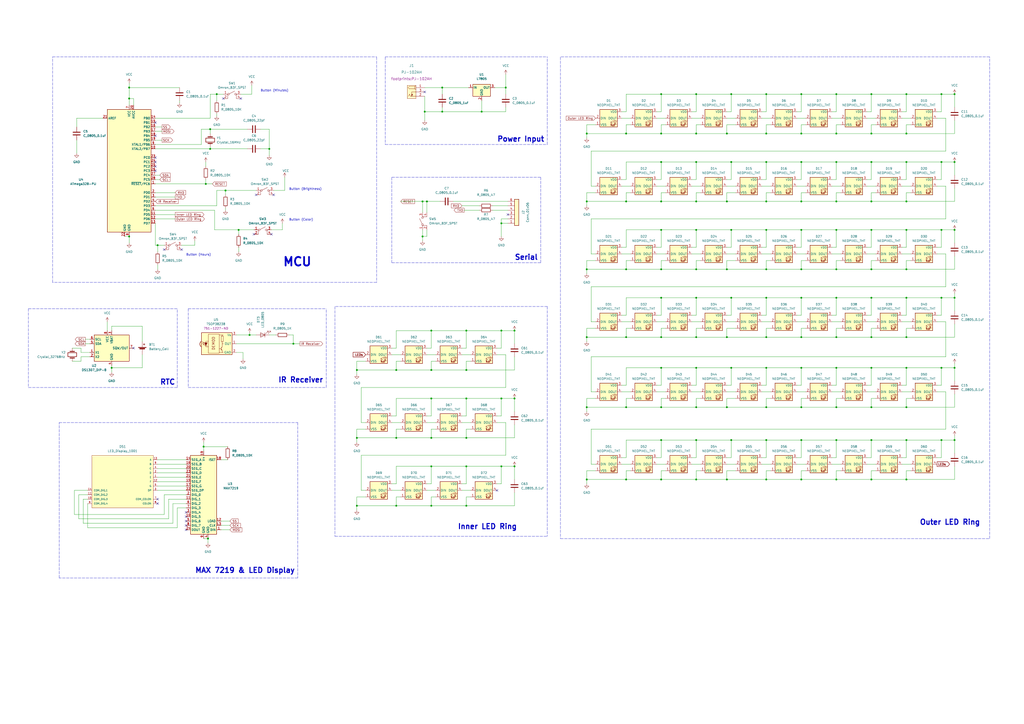
<source format=kicad_sch>
(kicad_sch (version 20211123) (generator eeschema)
  (paper "A2")
  (junction (at 363.22 156.21))
  (junction (at 290.83 231.14))
  (junction (at 250.19 214.63))
  (junction (at 464.82 172.72))
  (junction (at 421.64 278.13))
  (junction (at 279.4 64.77))
  (junction (at 363.22 236.22))
  (junction (at 138.43 133.35))
  (junction (at 207.01 214.63))
  (junction (at 340.36 278.13))
  (junction (at 256.54 50.8))
  (junction (at 525.78 255.27))
  (junction (at 290.83 129.54))
  (junction (at 247.65 116.84))
  (junction (at 290.83 191.77))
  (junction (at 485.14 133.35))
  (junction (at 444.5 156.21))
  (junction (at 505.46 236.22))
  (junction (at 485.14 278.13))
  (junction (at 383.54 195.58))
  (junction (at 293.37 50.8))
  (junction (at 229.87 254))
  (junction (at 383.54 93.98))
  (junction (at 270.51 231.14))
  (junction (at 156.21 86.36))
  (junction (at 464.82 278.13))
  (junction (at 270.51 191.77))
  (junction (at 464.82 255.27))
  (junction (at 298.45 231.14))
  (junction (at 403.86 255.27))
  (junction (at 444.5 133.35))
  (junction (at 403.86 156.21))
  (junction (at 340.36 116.84))
  (junction (at 464.82 156.21))
  (junction (at 546.1 255.27))
  (junction (at 229.87 214.63))
  (junction (at 403.86 93.98))
  (junction (at 444.5 54.61))
  (junction (at 270.51 270.51))
  (junction (at 340.36 236.22))
  (junction (at 270.51 214.63))
  (junction (at 229.87 293.37))
  (junction (at 424.18 133.35))
  (junction (at 444.5 255.27))
  (junction (at 121.92 86.36))
  (junction (at 421.64 77.47))
  (junction (at 464.82 236.22))
  (junction (at 340.36 77.47))
  (junction (at 505.46 213.36))
  (junction (at 546.1 54.61))
  (junction (at 340.36 156.21))
  (junction (at 525.78 172.72))
  (junction (at 421.64 195.58))
  (junction (at 485.14 156.21))
  (junction (at 525.78 133.35))
  (junction (at 464.82 195.58))
  (junction (at 403.86 236.22))
  (junction (at 383.54 133.35))
  (junction (at 505.46 54.61))
  (junction (at 485.14 54.61))
  (junction (at 383.54 116.84))
  (junction (at 525.78 116.84))
  (junction (at 444.5 93.98))
  (junction (at 250.19 191.77))
  (junction (at 424.18 255.27))
  (junction (at 403.86 213.36))
  (junction (at 485.14 93.98))
  (junction (at 298.45 270.51))
  (junction (at 424.18 172.72))
  (junction (at 383.54 156.21))
  (junction (at 383.54 213.36))
  (junction (at 250.19 270.51))
  (junction (at 505.46 172.72))
  (junction (at 270.51 254))
  (junction (at 525.78 93.98))
  (junction (at 421.64 236.22))
  (junction (at 553.72 93.98))
  (junction (at 250.19 231.14))
  (junction (at 207.01 293.37))
  (junction (at 383.54 255.27))
  (junction (at 170.18 199.39))
  (junction (at 444.5 236.22))
  (junction (at 91.44 142.24))
  (junction (at 553.72 172.72))
  (junction (at 74.93 57.15))
  (junction (at 403.86 172.72))
  (junction (at 74.93 50.8))
  (junction (at 121.92 74.93))
  (junction (at 403.86 278.13))
  (junction (at 424.18 213.36))
  (junction (at 553.72 213.36))
  (junction (at 120.65 312.42))
  (junction (at 119.38 106.68))
  (junction (at 525.78 278.13))
  (junction (at 464.82 213.36))
  (junction (at 421.64 156.21))
  (junction (at 505.46 77.47))
  (junction (at 525.78 77.47))
  (junction (at 485.14 213.36))
  (junction (at 383.54 172.72))
  (junction (at 363.22 278.13))
  (junction (at 485.14 255.27))
  (junction (at 464.82 133.35))
  (junction (at 424.18 54.61))
  (junction (at 553.72 255.27))
  (junction (at 525.78 54.61))
  (junction (at 464.82 54.61))
  (junction (at 464.82 77.47))
  (junction (at 383.54 77.47))
  (junction (at 485.14 236.22))
  (junction (at 485.14 172.72))
  (junction (at 246.38 64.77))
  (junction (at 525.78 213.36))
  (junction (at 256.54 64.77))
  (junction (at 250.19 293.37))
  (junction (at 64.77 213.36))
  (junction (at 444.5 195.58))
  (junction (at 444.5 278.13))
  (junction (at 340.36 195.58))
  (junction (at 290.83 270.51))
  (junction (at 553.72 54.61))
  (junction (at 298.45 191.77))
  (junction (at 403.86 133.35))
  (junction (at 444.5 172.72))
  (junction (at 383.54 278.13))
  (junction (at 403.86 116.84))
  (junction (at 505.46 133.35))
  (junction (at 403.86 54.61))
  (junction (at 403.86 77.47))
  (junction (at 464.82 116.84))
  (junction (at 546.1 213.36))
  (junction (at 363.22 77.47))
  (junction (at 505.46 195.58))
  (junction (at 444.5 213.36))
  (junction (at 546.1 93.98))
  (junction (at 403.86 195.58))
  (junction (at 505.46 255.27))
  (junction (at 250.19 254))
  (junction (at 74.93 137.16))
  (junction (at 270.51 293.37))
  (junction (at 383.54 236.22))
  (junction (at 464.82 93.98))
  (junction (at 130.81 110.49))
  (junction (at 525.78 195.58))
  (junction (at 505.46 116.84))
  (junction (at 363.22 195.58))
  (junction (at 245.11 137.16))
  (junction (at 444.5 77.47))
  (junction (at 485.14 195.58))
  (junction (at 424.18 93.98))
  (junction (at 444.5 116.84))
  (junction (at 485.14 77.47))
  (junction (at 118.11 259.08))
  (junction (at 505.46 156.21))
  (junction (at 546.1 172.72))
  (junction (at 505.46 93.98))
  (junction (at 525.78 236.22))
  (junction (at 505.46 278.13))
  (junction (at 207.01 254))
  (junction (at 125.73 54.61))
  (junction (at 525.78 156.21))
  (junction (at 383.54 54.61))
  (junction (at 421.64 116.84))
  (junction (at 485.14 116.84))
  (junction (at 245.11 116.84))
  (junction (at 553.72 133.35))
  (junction (at 546.1 133.35))
  (junction (at 363.22 116.84))
  (junction (at 144.78 194.31))
  (no_connect (at 129.54 57.15))
  (no_connect (at 107.95 307.34))
  (no_connect (at 107.95 297.18))
  (no_connect (at 107.95 299.72))
  (no_connect (at 107.95 302.26))
  (no_connect (at 107.95 304.8))
  (no_connect (at 77.47 201.93))
  (no_connect (at 288.29 284.48))
  (no_connect (at 139.7 57.15))
  (no_connect (at 90.17 99.06))
  (no_connect (at 90.17 96.52))
  (no_connect (at 90.17 93.98))
  (no_connect (at 90.17 91.44))
  (no_connect (at 158.75 113.03))
  (no_connect (at 91.44 289.56))
  (no_connect (at 91.44 292.1))
  (no_connect (at 246.38 53.34))
  (no_connect (at 90.17 78.74))
  (no_connect (at 147.32 135.89))
  (no_connect (at 294.64 124.46))
  (no_connect (at 95.25 144.78))
  (no_connect (at 105.41 144.78))
  (no_connect (at 148.59 113.03))
  (no_connect (at 90.17 71.12))
  (no_connect (at 157.48 135.89))
  (wire (pts (xy 505.46 151.13) (xy 505.46 156.21)))
  (wire (pts (xy 50.8 292.1) (xy 50.8 306.07)))
  (wire (pts (xy 401.32 182.88) (xy 403.86 182.88)))
  (wire (pts (xy 464.82 72.39) (xy 467.36 72.39)))
  (wire (pts (xy 267.97 280.67) (xy 270.51 280.67)))
  (wire (pts (xy 363.22 190.5) (xy 365.76 190.5)))
  (wire (pts (xy 207.01 288.29) (xy 212.09 288.29)))
  (wire (pts (xy 340.36 236.22) (xy 340.36 238.76)))
  (wire (pts (xy 90.17 111.76) (xy 101.6 111.76)))
  (wire (pts (xy 485.14 195.58) (xy 505.46 195.58)))
  (wire (pts (xy 363.22 213.36) (xy 383.54 213.36)))
  (wire (pts (xy 128.27 307.34) (xy 133.35 307.34)))
  (wire (pts (xy 383.54 195.58) (xy 403.86 195.58)))
  (wire (pts (xy 383.54 273.05) (xy 383.54 278.13)))
  (wire (pts (xy 444.5 93.98) (xy 444.5 104.14)))
  (wire (pts (xy 342.9 207.01) (xy 548.64 207.01)))
  (wire (pts (xy 82.55 189.23) (xy 64.77 189.23)))
  (wire (pts (xy 74.93 137.16) (xy 74.93 140.97)))
  (wire (pts (xy 342.9 147.32) (xy 345.44 147.32)))
  (wire (pts (xy 424.18 54.61) (xy 444.5 54.61)))
  (wire (pts (xy 207.01 214.63) (xy 207.01 217.17)))
  (wire (pts (xy 505.46 172.72) (xy 525.78 172.72)))
  (wire (pts (xy 340.36 77.47) (xy 340.36 80.01)))
  (wire (pts (xy 444.5 231.14) (xy 444.5 236.22)))
  (wire (pts (xy 95.25 287.02) (xy 95.25 298.45)))
  (wire (pts (xy 298.45 207.01) (xy 298.45 214.63)))
  (wire (pts (xy 383.54 151.13) (xy 383.54 156.21)))
  (wire (pts (xy 523.24 182.88) (xy 525.78 182.88)))
  (wire (pts (xy 209.55 245.11) (xy 212.09 245.11)))
  (wire (pts (xy 485.14 116.84) (xy 505.46 116.84)))
  (wire (pts (xy 250.19 270.51) (xy 250.19 280.67)))
  (wire (pts (xy 546.1 104.14) (xy 546.1 93.98)))
  (wire (pts (xy 285.75 121.92) (xy 294.64 121.92)))
  (wire (pts (xy 90.17 86.36) (xy 121.92 86.36)))
  (wire (pts (xy 293.37 43.18) (xy 293.37 50.8)))
  (wire (pts (xy 250.19 254) (xy 270.51 254)))
  (wire (pts (xy 90.17 73.66) (xy 93.98 73.66)))
  (wire (pts (xy 485.14 213.36) (xy 485.14 223.52)))
  (wire (pts (xy 360.68 147.32) (xy 365.76 147.32)))
  (wire (pts (xy 444.5 255.27) (xy 444.5 265.43)))
  (wire (pts (xy 485.14 72.39) (xy 485.14 77.47)))
  (wire (pts (xy 167.64 194.31) (xy 170.18 194.31)))
  (wire (pts (xy 363.22 231.14) (xy 365.76 231.14)))
  (wire (pts (xy 342.9 87.63) (xy 548.64 87.63)))
  (wire (pts (xy 383.54 133.35) (xy 403.86 133.35)))
  (wire (pts (xy 288.29 205.74) (xy 293.37 205.74)))
  (wire (pts (xy 250.19 231.14) (xy 250.19 241.3)))
  (wire (pts (xy 464.82 151.13) (xy 467.36 151.13)))
  (wire (pts (xy 548.64 186.69) (xy 548.64 207.01)))
  (wire (pts (xy 207.01 248.92) (xy 207.01 254)))
  (wire (pts (xy 381 143.51) (xy 383.54 143.51)))
  (wire (pts (xy 294.64 127) (xy 290.83 127)))
  (polyline (pts (xy 218.44 163.83) (xy 30.48 163.83)))
  (wire (pts (xy 421.64 64.77) (xy 424.18 64.77)))
  (wire (pts (xy 525.78 182.88) (xy 525.78 172.72)))
  (wire (pts (xy 91.44 279.4) (xy 107.95 279.4)))
  (wire (pts (xy 125.73 119.38) (xy 125.73 110.49)))
  (wire (pts (xy 548.64 147.32) (xy 548.64 166.37)))
  (wire (pts (xy 485.14 151.13) (xy 487.68 151.13)))
  (wire (pts (xy 91.44 284.48) (xy 107.95 284.48)))
  (wire (pts (xy 363.22 255.27) (xy 383.54 255.27)))
  (wire (pts (xy 383.54 172.72) (xy 403.86 172.72)))
  (wire (pts (xy 424.18 93.98) (xy 444.5 93.98)))
  (wire (pts (xy 406.4 190.5) (xy 403.86 190.5)))
  (wire (pts (xy 464.82 77.47) (xy 485.14 77.47)))
  (wire (pts (xy 482.6 147.32) (xy 487.68 147.32)))
  (wire (pts (xy 548.64 227.33) (xy 548.64 248.92)))
  (wire (pts (xy 505.46 133.35) (xy 525.78 133.35)))
  (wire (pts (xy 528.32 72.39) (xy 525.78 72.39)))
  (wire (pts (xy 247.65 241.3) (xy 250.19 241.3)))
  (wire (pts (xy 485.14 54.61) (xy 505.46 54.61)))
  (wire (pts (xy 381 104.14) (xy 383.54 104.14)))
  (wire (pts (xy 156.21 74.93) (xy 156.21 86.36)))
  (wire (pts (xy 62.23 186.69) (xy 62.23 191.77)))
  (wire (pts (xy 90.17 104.14) (xy 92.71 104.14)))
  (wire (pts (xy 424.18 213.36) (xy 444.5 213.36)))
  (wire (pts (xy 421.64 104.14) (xy 424.18 104.14)))
  (wire (pts (xy 553.72 213.36) (xy 553.72 220.98)))
  (wire (pts (xy 403.86 190.5) (xy 403.86 195.58)))
  (wire (pts (xy 105.41 142.24) (xy 113.03 142.24)))
  (wire (pts (xy 360.68 223.52) (xy 363.22 223.52)))
  (wire (pts (xy 363.22 236.22) (xy 383.54 236.22)))
  (wire (pts (xy 232.41 116.84) (xy 245.11 116.84)))
  (wire (pts (xy 464.82 190.5) (xy 467.36 190.5)))
  (wire (pts (xy 138.43 133.35) (xy 138.43 135.89)))
  (wire (pts (xy 342.9 87.63) (xy 342.9 107.95)))
  (wire (pts (xy 250.19 209.55) (xy 250.19 214.63)))
  (wire (pts (xy 227.33 205.74) (xy 232.41 205.74)))
  (wire (pts (xy 462.28 186.69) (xy 467.36 186.69)))
  (polyline (pts (xy 574.04 33.02) (xy 325.12 33.02)))
  (wire (pts (xy 342.9 248.92) (xy 342.9 269.24)))
  (wire (pts (xy 250.19 293.37) (xy 270.51 293.37)))
  (wire (pts (xy 340.36 111.76) (xy 340.36 116.84)))
  (wire (pts (xy 207.01 293.37) (xy 207.01 295.91)))
  (wire (pts (xy 403.86 213.36) (xy 424.18 213.36)))
  (wire (pts (xy 485.14 93.98) (xy 505.46 93.98)))
  (wire (pts (xy 46.99 204.47) (xy 46.99 201.93)))
  (wire (pts (xy 464.82 133.35) (xy 485.14 133.35)))
  (wire (pts (xy 360.68 265.43) (xy 363.22 265.43)))
  (wire (pts (xy 525.78 172.72) (xy 546.1 172.72)))
  (wire (pts (xy 403.86 72.39) (xy 403.86 77.47)))
  (wire (pts (xy 229.87 209.55) (xy 232.41 209.55)))
  (wire (pts (xy 97.79 300.99) (xy 45.72 300.99)))
  (wire (pts (xy 381 227.33) (xy 386.08 227.33)))
  (wire (pts (xy 553.72 236.22) (xy 553.72 228.6)))
  (wire (pts (xy 464.82 72.39) (xy 464.82 77.47)))
  (polyline (pts (xy 109.22 224.79) (xy 189.23 224.79)))
  (wire (pts (xy 505.46 278.13) (xy 525.78 278.13)))
  (wire (pts (xy 116.84 74.93) (xy 121.92 74.93)))
  (wire (pts (xy 229.87 248.92) (xy 232.41 248.92)))
  (wire (pts (xy 485.14 172.72) (xy 485.14 182.88)))
  (wire (pts (xy 546.1 133.35) (xy 553.72 133.35)))
  (wire (pts (xy 360.68 186.69) (xy 365.76 186.69)))
  (wire (pts (xy 163.83 133.35) (xy 163.83 129.54)))
  (wire (pts (xy 363.22 54.61) (xy 363.22 64.77)))
  (wire (pts (xy 130.81 110.49) (xy 148.59 110.49)))
  (wire (pts (xy 229.87 231.14) (xy 229.87 241.3)))
  (wire (pts (xy 90.17 127) (xy 101.6 127)))
  (wire (pts (xy 441.96 265.43) (xy 444.5 265.43)))
  (wire (pts (xy 250.19 231.14) (xy 270.51 231.14)))
  (wire (pts (xy 525.78 223.52) (xy 525.78 213.36)))
  (wire (pts (xy 340.36 278.13) (xy 340.36 280.67)))
  (wire (pts (xy 505.46 195.58) (xy 525.78 195.58)))
  (wire (pts (xy 262.89 116.84) (xy 294.64 116.84)))
  (wire (pts (xy 363.22 77.47) (xy 383.54 77.47)))
  (wire (pts (xy 383.54 156.21) (xy 403.86 156.21)))
  (wire (pts (xy 360.68 104.14) (xy 363.22 104.14)))
  (wire (pts (xy 209.55 284.48) (xy 212.09 284.48)))
  (wire (pts (xy 207.01 209.55) (xy 212.09 209.55)))
  (wire (pts (xy 91.44 274.32) (xy 107.95 274.32)))
  (wire (pts (xy 502.92 227.33) (xy 508 227.33)))
  (wire (pts (xy 403.86 151.13) (xy 403.86 156.21)))
  (wire (pts (xy 403.86 133.35) (xy 424.18 133.35)))
  (wire (pts (xy 482.6 182.88) (xy 485.14 182.88)))
  (wire (pts (xy 90.17 83.82) (xy 116.84 83.82)))
  (wire (pts (xy 482.6 227.33) (xy 487.68 227.33)))
  (wire (pts (xy 121.92 54.61) (xy 125.73 54.61)))
  (polyline (pts (xy 172.72 245.11) (xy 172.72 335.28)))
  (wire (pts (xy 403.86 223.52) (xy 403.86 213.36)))
  (wire (pts (xy 444.5 93.98) (xy 464.82 93.98)))
  (wire (pts (xy 298.45 270.51) (xy 298.45 278.13)))
  (wire (pts (xy 485.14 156.21) (xy 505.46 156.21)))
  (wire (pts (xy 290.83 280.67) (xy 290.83 270.51)))
  (wire (pts (xy 247.65 116.84) (xy 247.65 123.19)))
  (wire (pts (xy 505.46 255.27) (xy 505.46 265.43)))
  (wire (pts (xy 383.54 236.22) (xy 403.86 236.22)))
  (wire (pts (xy 383.54 116.84) (xy 403.86 116.84)))
  (wire (pts (xy 421.64 116.84) (xy 444.5 116.84)))
  (wire (pts (xy 403.86 231.14) (xy 403.86 236.22)))
  (wire (pts (xy 553.72 54.61) (xy 553.72 62.23)))
  (wire (pts (xy 360.68 107.95) (xy 365.76 107.95)))
  (wire (pts (xy 340.36 116.84) (xy 340.36 119.38)))
  (wire (pts (xy 421.64 72.39) (xy 426.72 72.39)))
  (wire (pts (xy 247.65 116.84) (xy 255.27 116.84)))
  (wire (pts (xy 273.05 209.55) (xy 270.51 209.55)))
  (wire (pts (xy 119.38 93.98) (xy 119.38 96.52)))
  (wire (pts (xy 116.84 83.82) (xy 116.84 74.93)))
  (wire (pts (xy 401.32 64.77) (xy 403.86 64.77)))
  (wire (pts (xy 421.64 156.21) (xy 444.5 156.21)))
  (wire (pts (xy 207.01 254) (xy 207.01 256.54)))
  (wire (pts (xy 482.6 143.51) (xy 485.14 143.51)))
  (wire (pts (xy 91.44 281.94) (xy 107.95 281.94)))
  (wire (pts (xy 386.08 111.76) (xy 383.54 111.76)))
  (wire (pts (xy 546.1 172.72) (xy 553.72 172.72)))
  (wire (pts (xy 72.39 137.16) (xy 74.93 137.16)))
  (wire (pts (xy 270.51 254) (xy 298.45 254)))
  (wire (pts (xy 441.96 186.69) (xy 447.04 186.69)))
  (wire (pts (xy 90.17 81.28) (xy 93.98 81.28)))
  (wire (pts (xy 209.55 264.16) (xy 209.55 284.48)))
  (wire (pts (xy 421.64 190.5) (xy 421.64 195.58)))
  (wire (pts (xy 298.45 246.38) (xy 298.45 254)))
  (wire (pts (xy 91.44 266.7) (xy 107.95 266.7)))
  (wire (pts (xy 267.97 205.74) (xy 273.05 205.74)))
  (wire (pts (xy 525.78 64.77) (xy 525.78 54.61)))
  (wire (pts (xy 421.64 147.32) (xy 426.72 147.32)))
  (wire (pts (xy 49.53 196.85) (xy 52.07 196.85)))
  (wire (pts (xy 485.14 278.13) (xy 505.46 278.13)))
  (wire (pts (xy 505.46 133.35) (xy 505.46 143.51)))
  (wire (pts (xy 229.87 293.37) (xy 250.19 293.37)))
  (wire (pts (xy 546.1 64.77) (xy 546.1 54.61)))
  (wire (pts (xy 441.96 107.95) (xy 447.04 107.95)))
  (wire (pts (xy 270.51 293.37) (xy 298.45 293.37)))
  (wire (pts (xy 444.5 156.21) (xy 464.82 156.21)))
  (wire (pts (xy 132.08 259.08) (xy 118.11 259.08)))
  (wire (pts (xy 363.22 190.5) (xy 363.22 195.58)))
  (wire (pts (xy 138.43 143.51) (xy 138.43 146.05)))
  (wire (pts (xy 52.07 207.01) (xy 46.99 207.01)))
  (wire (pts (xy 403.86 182.88) (xy 403.86 172.72)))
  (wire (pts (xy 401.32 147.32) (xy 406.4 147.32)))
  (wire (pts (xy 482.6 64.77) (xy 485.14 64.77)))
  (wire (pts (xy 340.36 273.05) (xy 340.36 278.13)))
  (wire (pts (xy 43.18 298.45) (xy 43.18 284.48)))
  (wire (pts (xy 421.64 186.69) (xy 426.72 186.69)))
  (wire (pts (xy 363.22 93.98) (xy 383.54 93.98)))
  (wire (pts (xy 464.82 151.13) (xy 464.82 156.21)))
  (wire (pts (xy 528.32 151.13) (xy 525.78 151.13)))
  (wire (pts (xy 502.92 64.77) (xy 505.46 64.77)))
  (wire (pts (xy 421.64 236.22) (xy 444.5 236.22)))
  (wire (pts (xy 74.93 50.8) (xy 104.14 50.8)))
  (wire (pts (xy 74.93 57.15) (xy 74.93 50.8)))
  (wire (pts (xy 100.33 303.53) (xy 48.26 303.53)))
  (wire (pts (xy 270.51 270.51) (xy 290.83 270.51)))
  (wire (pts (xy 383.54 93.98) (xy 403.86 93.98)))
  (polyline (pts (xy 30.48 33.02) (xy 218.44 33.02)))
  (wire (pts (xy 553.72 172.72) (xy 553.72 180.34)))
  (wire (pts (xy 421.64 273.05) (xy 426.72 273.05)))
  (wire (pts (xy 229.87 270.51) (xy 229.87 280.67)))
  (wire (pts (xy 464.82 273.05) (xy 464.82 278.13)))
  (wire (pts (xy 482.6 68.58) (xy 487.68 68.58)))
  (wire (pts (xy 207.01 288.29) (xy 207.01 293.37)))
  (wire (pts (xy 523.24 68.58) (xy 528.32 68.58)))
  (wire (pts (xy 505.46 116.84) (xy 525.78 116.84)))
  (wire (pts (xy 120.65 312.42) (xy 120.65 314.96)))
  (wire (pts (xy 247.65 284.48) (xy 252.73 284.48)))
  (wire (pts (xy 229.87 248.92) (xy 229.87 254)))
  (wire (pts (xy 363.22 213.36) (xy 363.22 223.52)))
  (wire (pts (xy 247.65 245.11) (xy 252.73 245.11)))
  (wire (pts (xy 256.54 50.8) (xy 271.78 50.8)))
  (wire (pts (xy 462.28 223.52) (xy 464.82 223.52)))
  (wire (pts (xy 229.87 288.29) (xy 232.41 288.29)))
  (wire (pts (xy 464.82 255.27) (xy 464.82 265.43)))
  (wire (pts (xy 462.28 182.88) (xy 464.82 182.88)))
  (wire (pts (xy 464.82 54.61) (xy 485.14 54.61)))
  (wire (pts (xy 485.14 133.35) (xy 485.14 143.51)))
  (wire (pts (xy 363.22 156.21) (xy 383.54 156.21)))
  (wire (pts (xy 91.44 142.24) (xy 91.44 146.05)))
  (wire (pts (xy 383.54 133.35) (xy 383.54 143.51)))
  (polyline (pts (xy 189.23 224.79) (xy 189.23 179.07)))
  (wire (pts (xy 90.17 124.46) (xy 101.6 124.46)))
  (wire (pts (xy 505.46 54.61) (xy 525.78 54.61)))
  (wire (pts (xy 421.64 68.58) (xy 426.72 68.58)))
  (wire (pts (xy 505.46 231.14) (xy 505.46 236.22)))
  (wire (pts (xy 90.17 114.3) (xy 101.6 114.3)))
  (wire (pts (xy 247.65 133.35) (xy 247.65 137.16)))
  (wire (pts (xy 525.78 190.5) (xy 525.78 195.58)))
  (wire (pts (xy 553.72 133.35) (xy 553.72 140.97)))
  (polyline (pts (xy 317.5 177.8) (xy 317.5 311.15)))
  (wire (pts (xy 170.18 199.39) (xy 173.99 199.39)))
  (wire (pts (xy 64.77 189.23) (xy 64.77 191.77)))
  (wire (pts (xy 546.1 54.61) (xy 553.72 54.61)))
  (wire (pts (xy 298.45 191.77) (xy 298.45 199.39)))
  (wire (pts (xy 342.9 186.69) (xy 345.44 186.69)))
  (wire (pts (xy 482.6 107.95) (xy 487.68 107.95)))
  (wire (pts (xy 403.86 111.76) (xy 403.86 116.84)))
  (wire (pts (xy 381 186.69) (xy 386.08 186.69)))
  (wire (pts (xy 421.64 151.13) (xy 426.72 151.13)))
  (wire (pts (xy 525.78 54.61) (xy 546.1 54.61)))
  (wire (pts (xy 342.9 166.37) (xy 548.64 166.37)))
  (wire (pts (xy 403.86 156.21) (xy 421.64 156.21)))
  (wire (pts (xy 44.45 73.66) (xy 44.45 68.58)))
  (wire (pts (xy 462.28 107.95) (xy 467.36 107.95)))
  (wire (pts (xy 421.64 223.52) (xy 424.18 223.52)))
  (wire (pts (xy 137.16 204.47) (xy 140.97 204.47)))
  (wire (pts (xy 229.87 270.51) (xy 250.19 270.51)))
  (polyline (pts (xy 16.51 179.07) (xy 16.51 224.79)))
  (wire (pts (xy 403.86 172.72) (xy 424.18 172.72)))
  (wire (pts (xy 207.01 254) (xy 229.87 254)))
  (wire (pts (xy 139.7 54.61) (xy 146.05 54.61)))
  (wire (pts (xy 553.72 69.85) (xy 553.72 77.47)))
  (wire (pts (xy 444.5 133.35) (xy 464.82 133.35)))
  (wire (pts (xy 502.92 182.88) (xy 505.46 182.88)))
  (wire (pts (xy 462.28 64.77) (xy 464.82 64.77)))
  (wire (pts (xy 229.87 214.63) (xy 250.19 214.63)))
  (wire (pts (xy 256.54 50.8) (xy 256.54 54.61)))
  (wire (pts (xy 340.36 156.21) (xy 363.22 156.21)))
  (wire (pts (xy 485.14 255.27) (xy 485.14 265.43)))
  (wire (pts (xy 125.73 54.61) (xy 125.73 58.42)))
  (wire (pts (xy 285.75 119.38) (xy 294.64 119.38)))
  (polyline (pts (xy 194.31 311.15) (xy 317.5 311.15)))
  (wire (pts (xy 546.1 182.88) (xy 546.1 172.72)))
  (wire (pts (xy 207.01 209.55) (xy 207.01 214.63)))
  (wire (pts (xy 424.18 64.77) (xy 424.18 54.61)))
  (wire (pts (xy 386.08 273.05) (xy 383.54 273.05)))
  (wire (pts (xy 128.27 304.8) (xy 133.35 304.8)))
  (wire (pts (xy 383.54 278.13) (xy 403.86 278.13)))
  (wire (pts (xy 340.36 273.05) (xy 345.44 273.05)))
  (wire (pts (xy 464.82 111.76) (xy 464.82 116.84)))
  (wire (pts (xy 505.46 93.98) (xy 525.78 93.98)))
  (wire (pts (xy 543.56 147.32) (xy 548.64 147.32)))
  (wire (pts (xy 46.99 209.55) (xy 41.91 209.55)))
  (wire (pts (xy 444.5 213.36) (xy 444.5 223.52)))
  (wire (pts (xy 383.54 255.27) (xy 403.86 255.27)))
  (polyline (pts (xy 317.5 83.82) (xy 317.5 33.02)))
  (wire (pts (xy 245.11 133.35) (xy 245.11 137.16)))
  (wire (pts (xy 444.5 273.05) (xy 444.5 278.13)))
  (wire (pts (xy 462.28 269.24) (xy 467.36 269.24)))
  (wire (pts (xy 229.87 254) (xy 250.19 254)))
  (wire (pts (xy 424.18 265.43) (xy 424.18 255.27)))
  (wire (pts (xy 424.18 133.35) (xy 444.5 133.35)))
  (wire (pts (xy 381 107.95) (xy 386.08 107.95)))
  (wire (pts (xy 144.78 194.31) (xy 148.59 194.31)))
  (wire (pts (xy 523.24 186.69) (xy 528.32 186.69)))
  (wire (pts (xy 403.86 64.77) (xy 403.86 54.61)))
  (wire (pts (xy 444.5 72.39) (xy 444.5 77.47)))
  (wire (pts (xy 441.96 68.58) (xy 447.04 68.58)))
  (wire (pts (xy 401.32 223.52) (xy 403.86 223.52)))
  (wire (pts (xy 209.55 224.79) (xy 209.55 245.11)))
  (wire (pts (xy 421.64 273.05) (xy 421.64 278.13)))
  (wire (pts (xy 462.28 143.51) (xy 464.82 143.51)))
  (wire (pts (xy 421.64 231.14) (xy 426.72 231.14)))
  (wire (pts (xy 543.56 223.52) (xy 546.1 223.52)))
  (wire (pts (xy 543.56 265.43) (xy 546.1 265.43)))
  (wire (pts (xy 250.19 191.77) (xy 270.51 191.77)))
  (wire (pts (xy 256.54 64.77) (xy 279.4 64.77)))
  (wire (pts (xy 290.83 127) (xy 290.83 129.54)))
  (wire (pts (xy 485.14 77.47) (xy 505.46 77.47)))
  (wire (pts (xy 43.18 284.48) (xy 50.8 284.48)))
  (wire (pts (xy 543.56 182.88) (xy 546.1 182.88)))
  (wire (pts (xy 113.03 142.24) (xy 113.03 139.7)))
  (wire (pts (xy 250.19 191.77) (xy 250.19 201.93)))
  (polyline (pts (xy 218.44 33.02) (xy 218.44 163.83)))
  (polyline (pts (xy 30.48 163.83) (xy 30.48 33.02)))
  (wire (pts (xy 207.01 248.92) (xy 212.09 248.92)))
  (wire (pts (xy 553.72 93.98) (xy 553.72 101.6)))
  (wire (pts (xy 100.33 292.1) (xy 100.33 303.53)))
  (polyline (pts (xy 109.22 179.07) (xy 189.23 179.07)))
  (wire (pts (xy 340.36 151.13) (xy 345.44 151.13)))
  (wire (pts (xy 121.92 86.36) (xy 143.51 86.36)))
  (wire (pts (xy 90.17 68.58) (xy 121.92 68.58)))
  (wire (pts (xy 464.82 93.98) (xy 464.82 104.14)))
  (wire (pts (xy 363.22 172.72) (xy 383.54 172.72)))
  (wire (pts (xy 82.55 198.12) (xy 82.55 189.23)))
  (wire (pts (xy 342.9 269.24) (xy 345.44 269.24)))
  (wire (pts (xy 360.68 143.51) (xy 363.22 143.51)))
  (wire (pts (xy 118.11 259.08) (xy 118.11 261.62)))
  (wire (pts (xy 342.9 127) (xy 342.9 147.32)))
  (wire (pts (xy 207.01 214.63) (xy 229.87 214.63)))
  (wire (pts (xy 421.64 151.13) (xy 421.64 156.21)))
  (polyline (pts (xy 313.69 152.4) (xy 313.69 102.87)))
  (wire (pts (xy 383.54 77.47) (xy 403.86 77.47)))
  (wire (pts (xy 342.9 127) (xy 548.64 127)))
  (wire (pts (xy 464.82 116.84) (xy 485.14 116.84)))
  (wire (pts (xy 270.51 248.92) (xy 270.51 254)))
  (wire (pts (xy 444.5 111.76) (xy 444.5 116.84)))
  (wire (pts (xy 130.81 120.65) (xy 130.81 121.92)))
  (wire (pts (xy 146.05 49.53) (xy 146.05 54.61)))
  (wire (pts (xy 523.24 269.24) (xy 528.32 269.24)))
  (wire (pts (xy 421.64 107.95) (xy 426.72 107.95)))
  (wire (pts (xy 502.92 107.95) (xy 508 107.95)))
  (wire (pts (xy 246.38 55.88) (xy 246.38 64.77)))
  (wire (pts (xy 505.46 93.98) (xy 505.46 104.14)))
  (wire (pts (xy 90.17 106.68) (xy 119.38 106.68)))
  (wire (pts (xy 441.96 143.51) (xy 444.5 143.51)))
  (polyline (pts (xy 227.33 102.87) (xy 313.69 102.87)))
  (wire (pts (xy 543.56 186.69) (xy 548.64 186.69)))
  (wire (pts (xy 342.9 248.92) (xy 548.64 248.92)))
  (wire (pts (xy 270.51 209.55) (xy 270.51 214.63)))
  (wire (pts (xy 137.16 194.31) (xy 144.78 194.31)))
  (wire (pts (xy 45.72 300.99) (xy 45.72 287.02)))
  (wire (pts (xy 528.32 273.05) (xy 525.78 273.05)))
  (wire (pts (xy 386.08 72.39) (xy 383.54 72.39)))
  (wire (pts (xy 505.46 156.21) (xy 525.78 156.21)))
  (wire (pts (xy 553.72 195.58) (xy 553.72 187.96)))
  (wire (pts (xy 246.38 50.8) (xy 256.54 50.8)))
  (wire (pts (xy 290.83 129.54) (xy 294.64 129.54)))
  (wire (pts (xy 267.97 245.11) (xy 273.05 245.11)))
  (wire (pts (xy 401.32 265.43) (xy 403.86 265.43)))
  (wire (pts (xy 403.86 143.51) (xy 403.86 133.35)))
  (polyline (pts (xy 194.31 177.8) (xy 194.31 311.15)))
  (wire (pts (xy 403.86 195.58) (xy 421.64 195.58)))
  (wire (pts (xy 270.51 191.77) (xy 290.83 191.77)))
  (wire (pts (xy 229.87 288.29) (xy 229.87 293.37)))
  (wire (pts (xy 543.56 64.77) (xy 546.1 64.77)))
  (wire (pts (xy 125.73 66.04) (xy 125.73 67.31)))
  (wire (pts (xy 252.73 209.55) (xy 250.19 209.55)))
  (wire (pts (xy 245.11 116.84) (xy 247.65 116.84)))
  (wire (pts (xy 90.17 119.38) (xy 125.73 119.38)))
  (wire (pts (xy 340.36 77.47) (xy 363.22 77.47)))
  (wire (pts (xy 128.27 302.26) (xy 133.35 302.26)))
  (wire (pts (xy 48.26 303.53) (xy 48.26 289.56)))
  (wire (pts (xy 464.82 231.14) (xy 467.36 231.14)))
  (wire (pts (xy 207.01 293.37) (xy 229.87 293.37)))
  (wire (pts (xy 245.11 137.16) (xy 247.65 137.16)))
  (wire (pts (xy 441.96 223.52) (xy 444.5 223.52)))
  (wire (pts (xy 90.17 121.92) (xy 124.46 121.92)))
  (wire (pts (xy 505.46 213.36) (xy 525.78 213.36)))
  (wire (pts (xy 383.54 93.98) (xy 383.54 104.14)))
  (wire (pts (xy 74.93 57.15) (xy 77.47 57.15)))
  (wire (pts (xy 363.22 54.61) (xy 383.54 54.61)))
  (wire (pts (xy 363.22 255.27) (xy 363.22 265.43)))
  (wire (pts (xy 502.92 223.52) (xy 505.46 223.52)))
  (wire (pts (xy 444.5 54.61) (xy 444.5 64.77)))
  (wire (pts (xy 485.14 72.39) (xy 487.68 72.39)))
  (wire (pts (xy 340.36 190.5) (xy 345.44 190.5)))
  (wire (pts (xy 424.18 172.72) (xy 444.5 172.72)))
  (wire (pts (xy 485.14 273.05) (xy 485.14 278.13)))
  (wire (pts (xy 482.6 223.52) (xy 485.14 223.52)))
  (wire (pts (xy 485.14 151.13) (xy 485.14 156.21)))
  (wire (pts (xy 505.46 190.5) (xy 505.46 195.58)))
  (wire (pts (xy 227.33 280.67) (xy 229.87 280.67)))
  (wire (pts (xy 250.19 248.92) (xy 250.19 254)))
  (wire (pts (xy 270.51 231.14) (xy 290.83 231.14)))
  (wire (pts (xy 45.72 287.02) (xy 50.8 287.02)))
  (wire (pts (xy 267.97 241.3) (xy 270.51 241.3)))
  (wire (pts (xy 444.5 190.5) (xy 444.5 195.58)))
  (wire (pts (xy 50.8 306.07) (xy 102.87 306.07)))
  (wire (pts (xy 406.4 273.05) (xy 403.86 273.05)))
  (wire (pts (xy 125.73 54.61) (xy 129.54 54.61)))
  (wire (pts (xy 421.64 143.51) (xy 424.18 143.51)))
  (wire (pts (xy 485.14 133.35) (xy 505.46 133.35)))
  (wire (pts (xy 381 269.24) (xy 386.08 269.24)))
  (wire (pts (xy 528.32 231.14) (xy 525.78 231.14)))
  (wire (pts (xy 91.44 142.24) (xy 90.17 142.24)))
  (wire (pts (xy 403.86 236.22) (xy 421.64 236.22)))
  (wire (pts (xy 441.96 269.24) (xy 447.04 269.24)))
  (wire (pts (xy 360.68 269.24) (xy 365.76 269.24)))
  (wire (pts (xy 386.08 151.13) (xy 383.54 151.13)))
  (wire (pts (xy 138.43 133.35) (xy 124.46 133.35)))
  (wire (pts (xy 421.64 231.14) (xy 421.64 236.22)))
  (wire (pts (xy 140.97 204.47) (xy 140.97 208.28)))
  (wire (pts (xy 290.83 241.3) (xy 290.83 231.14)))
  (wire (pts (xy 444.5 72.39) (xy 447.04 72.39)))
  (wire (pts (xy 421.64 111.76) (xy 426.72 111.76)))
  (wire (pts (xy 267.97 284.48) (xy 273.05 284.48)))
  (wire (pts (xy 227.33 241.3) (xy 229.87 241.3)))
  (wire (pts (xy 482.6 104.14) (xy 485.14 104.14)))
  (wire (pts (xy 340.36 111.76) (xy 345.44 111.76)))
  (wire (pts (xy 528.32 111.76) (xy 525.78 111.76)))
  (wire (pts (xy 360.68 64.77) (xy 363.22 64.77)))
  (wire (pts (xy 403.86 77.47) (xy 421.64 77.47)))
  (wire (pts (xy 543.56 227.33) (xy 548.64 227.33)))
  (wire (pts (xy 102.87 294.64) (xy 107.95 294.64)))
  (wire (pts (xy 401.32 107.95) (xy 406.4 107.95)))
  (wire (pts (xy 485.14 93.98) (xy 485.14 104.14)))
  (wire (pts (xy 290.83 201.93) (xy 290.83 191.77)))
  (wire (pts (xy 502.92 269.24) (xy 508 269.24)))
  (wire (pts (xy 102.87 306.07) (xy 102.87 294.64)))
  (wire (pts (xy 363.22 133.35) (xy 383.54 133.35)))
  (wire (pts (xy 525.78 213.36) (xy 546.1 213.36)))
  (wire (pts (xy 421.64 111.76) (xy 421.64 116.84)))
  (wire (pts (xy 340.36 72.39) (xy 340.36 77.47)))
  (wire (pts (xy 444.5 172.72) (xy 464.82 172.72)))
  (wire (pts (xy 482.6 269.24) (xy 487.68 269.24)))
  (wire (pts (xy 525.78 265.43) (xy 525.78 255.27)))
  (wire (pts (xy 64.77 212.09) (xy 64.77 213.36)))
  (wire (pts (xy 464.82 93.98) (xy 485.14 93.98)))
  (wire (pts (xy 553.72 148.59) (xy 553.72 156.21)))
  (wire (pts (xy 270.51 288.29) (xy 270.51 293.37)))
  (polyline (pts (xy 34.29 335.28) (xy 34.29 245.11)))
  (wire (pts (xy 340.36 231.14) (xy 340.36 236.22)))
  (wire (pts (xy 464.82 111.76) (xy 467.36 111.76)))
  (wire (pts (xy 523.24 147.32) (xy 528.32 147.32)))
  (wire (pts (xy 546.1 223.52) (xy 546.1 213.36)))
  (wire (pts (xy 401.32 68.58) (xy 406.4 68.58)))
  (wire (pts (xy 485.14 54.61) (xy 485.14 64.77)))
  (wire (pts (xy 401.32 104.14) (xy 403.86 104.14)))
  (wire (pts (xy 508 273.05) (xy 505.46 273.05)))
  (wire (pts (xy 245.11 116.84) (xy 245.11 123.19)))
  (wire (pts (xy 293.37 245.11) (xy 293.37 264.16)))
  (wire (pts (xy 525.78 151.13) (xy 525.78 156.21)))
  (wire (pts (xy 406.4 72.39) (xy 403.86 72.39)))
  (wire (pts (xy 403.86 104.14) (xy 403.86 93.98)))
  (wire (pts (xy 403.86 273.05) (xy 403.86 278.13)))
  (wire (pts (xy 508 111.76) (xy 505.46 111.76)))
  (wire (pts (xy 118.11 312.42) (xy 120.65 312.42)))
  (wire (pts (xy 441.96 147.32) (xy 447.04 147.32)))
  (wire (pts (xy 130.81 110.49) (xy 130.81 113.03)))
  (wire (pts (xy 441.96 227.33) (xy 447.04 227.33)))
  (wire (pts (xy 444.5 151.13) (xy 447.04 151.13)))
  (wire (pts (xy 424.18 182.88) (xy 424.18 172.72)))
  (wire (pts (xy 90.17 101.6) (xy 92.71 101.6)))
  (wire (pts (xy 340.36 236.22) (xy 363.22 236.22)))
  (polyline (pts (xy 102.87 224.79) (xy 102.87 179.07)))
  (wire (pts (xy 508 72.39) (xy 505.46 72.39)))
  (wire (pts (xy 147.32 133.35) (xy 138.43 133.35)))
  (wire (pts (xy 340.36 195.58) (xy 340.36 198.12)))
  (wire (pts (xy 546.1 93.98) (xy 553.72 93.98)))
  (wire (pts (xy 363.22 111.76) (xy 363.22 116.84)))
  (wire (pts (xy 363.22 93.98) (xy 363.22 104.14)))
  (wire (pts (xy 553.72 278.13) (xy 553.72 270.51)))
  (wire (pts (xy 381 182.88) (xy 383.54 182.88)))
  (wire (pts (xy 383.54 213.36) (xy 403.86 213.36)))
  (wire (pts (xy 485.14 190.5) (xy 485.14 195.58)))
  (wire (pts (xy 464.82 172.72) (xy 485.14 172.72)))
  (wire (pts (xy 553.72 109.22) (xy 553.72 116.84)))
  (wire (pts (xy 548.64 68.58) (xy 548.64 87.63)))
  (wire (pts (xy 381 147.32) (xy 386.08 147.32)))
  (wire (pts (xy 421.64 278.13) (xy 444.5 278.13)))
  (wire (pts (xy 464.82 273.05) (xy 467.36 273.05)))
  (wire (pts (xy 464.82 190.5) (xy 464.82 195.58)))
  (wire (pts (xy 246.38 64.77) (xy 256.54 64.77)))
  (wire (pts (xy 464.82 278.13) (xy 485.14 278.13)))
  (wire (pts (xy 165.1 102.87) (xy 165.1 110.49)))
  (wire (pts (xy 381 265.43) (xy 383.54 265.43)))
  (wire (pts (xy 363.22 151.13) (xy 363.22 156.21)))
  (wire (pts (xy 273.05 248.92) (xy 270.51 248.92)))
  (wire (pts (xy 44.45 81.28) (xy 44.45 88.9)))
  (wire (pts (xy 293.37 50.8) (xy 293.37 54.61)))
  (wire (pts (xy 462.28 104.14) (xy 464.82 104.14)))
  (wire (pts (xy 444.5 255.27) (xy 464.82 255.27)))
  (wire (pts (xy 505.46 77.47) (xy 525.78 77.47)))
  (wire (pts (xy 273.05 288.29) (xy 270.51 288.29)))
  (wire (pts (xy 464.82 54.61) (xy 464.82 64.77)))
  (wire (pts (xy 128.27 266.7) (xy 132.08 266.7)))
  (wire (pts (xy 401.32 227.33) (xy 406.4 227.33)))
  (wire (pts (xy 485.14 213.36) (xy 505.46 213.36)))
  (wire (pts (xy 444.5 195.58) (xy 464.82 195.58)))
  (polyline (pts (xy 227.33 152.4) (xy 313.69 152.4)))
  (wire (pts (xy 227.33 245.11) (xy 232.41 245.11)))
  (wire (pts (xy 462.28 147.32) (xy 467.36 147.32)))
  (wire (pts (xy 444.5 213.36) (xy 464.82 213.36)))
  (wire (pts (xy 464.82 255.27) (xy 485.14 255.27)))
  (wire (pts (xy 383.54 190.5) (xy 383.54 195.58)))
  (wire (pts (xy 91.44 276.86) (xy 107.95 276.86)))
  (wire (pts (xy 485.14 172.72) (xy 505.46 172.72)))
  (wire (pts (xy 279.4 64.77) (xy 279.4 58.42)))
  (wire (pts (xy 485.14 231.14) (xy 487.68 231.14)))
  (wire (pts (xy 64.77 213.36) (xy 64.77 215.9)))
  (wire (pts (xy 290.83 191.77) (xy 298.45 191.77)))
  (wire (pts (xy 553.72 255.27) (xy 553.72 252.73)))
  (wire (pts (xy 464.82 156.21) (xy 485.14 156.21)))
  (wire (pts (xy 340.36 156.21) (xy 340.36 158.75)))
  (wire (pts (xy 424.18 104.14) (xy 424.18 93.98)))
  (wire (pts (xy 170.18 194.31) (xy 170.18 199.39)))
  (wire (pts (xy 151.13 74.93) (xy 156.21 74.93)))
  (polyline (pts (xy 227.33 102.87) (xy 227.33 152.4)))
  (wire (pts (xy 525.78 231.14) (xy 525.78 236.22)))
  (wire (pts (xy 250.19 214.63) (xy 270.51 214.63)))
  (wire (pts (xy 508 151.13) (xy 505.46 151.13)))
  (wire (pts (xy 270.51 241.3) (xy 270.51 231.14)))
  (wire (pts (xy 403.86 93.98) (xy 424.18 93.98)))
  (wire (pts (xy 298.45 231.14) (xy 298.45 238.76)))
  (wire (pts (xy 508 231.14) (xy 505.46 231.14)))
  (wire (pts (xy 46.99 207.01) (xy 46.99 209.55)))
  (wire (pts (xy 505.46 111.76) (xy 505.46 116.84)))
  (wire (pts (xy 340.36 151.13) (xy 340.36 156.21)))
  (polyline (pts (xy 317.5 177.8) (xy 194.31 177.8)))
  (wire (pts (xy 91.44 269.24) (xy 107.95 269.24)))
  (wire (pts (xy 383.54 54.61) (xy 383.54 64.77)))
  (wire (pts (xy 97.79 289.56) (xy 97.79 300.99)))
  (wire (pts (xy 502.92 143.51) (xy 505.46 143.51)))
  (wire (pts (xy 401.32 269.24) (xy 406.4 269.24)))
  (wire (pts (xy 505.46 213.36) (xy 505.46 223.52)))
  (wire (pts (xy 90.17 142.24) (xy 90.17 129.54)))
  (wire (pts (xy 421.64 227.33) (xy 426.72 227.33)))
  (wire (pts (xy 252.73 288.29) (xy 250.19 288.29)))
  (wire (pts (xy 553.72 255.27) (xy 553.72 262.89)))
  (wire (pts (xy 421.64 195.58) (xy 444.5 195.58)))
  (wire (pts (xy 340.36 195.58) (xy 363.22 195.58)))
  (wire (pts (xy 543.56 107.95) (xy 548.64 107.95)))
  (wire (pts (xy 247.65 201.93) (xy 250.19 201.93)))
  (wire (pts (xy 95.25 298.45) (xy 43.18 298.45)))
  (wire (pts (xy 553.72 156.21) (xy 525.78 156.21)))
  (wire (pts (xy 95.25 142.24) (xy 91.44 142.24)))
  (wire (pts (xy 74.93 48.26) (xy 74.93 50.8)))
  (wire (pts (xy 49.53 199.39) (xy 52.07 199.39)))
  (wire (pts (xy 293.37 205.74) (xy 293.37 224.79)))
  (wire (pts (xy 247.65 280.67) (xy 250.19 280.67)))
  (wire (pts (xy 528.32 190.5) (xy 525.78 190.5)))
  (wire (pts (xy 444.5 236.22) (xy 464.82 236.22)))
  (wire (pts (xy 482.6 186.69) (xy 487.68 186.69)))
  (polyline (pts (xy 109.22 179.07) (xy 109.22 224.79)))
  (wire (pts (xy 444.5 273.05) (xy 447.04 273.05)))
  (wire (pts (xy 383.54 72.39) (xy 383.54 77.47)))
  (wire (pts (xy 525.78 72.39) (xy 525.78 77.47)))
  (wire (pts (xy 290.83 270.51) (xy 298.45 270.51)))
  (wire (pts (xy 502.92 147.32) (xy 508 147.32)))
  (wire (pts (xy 137.16 199.39) (xy 170.18 199.39)))
  (wire (pts (xy 502.92 104.14) (xy 505.46 104.14)))
  (wire (pts (xy 502.92 68.58) (xy 508 68.58)))
  (polyline (pts (xy 574.04 312.42) (xy 574.04 33.02)))
  (polyline (pts (xy 325.12 312.42) (xy 574.04 312.42)))
  (wire (pts (xy 525.78 278.13) (xy 553.72 278.13)))
  (wire (pts (xy 444.5 190.5) (xy 447.04 190.5)))
  (wire (pts (xy 543.56 143.51) (xy 546.1 143.51)))
  (wire (pts (xy 485.14 255.27) (xy 505.46 255.27)))
  (wire (pts (xy 121.92 68.58) (xy 121.92 54.61)))
  (wire (pts (xy 444.5 151.13) (xy 444.5 156.21)))
  (wire (pts (xy 505.46 255.27) (xy 525.78 255.27)))
  (wire (pts (xy 381 223.52) (xy 383.54 223.52)))
  (wire (pts (xy 227.33 201.93) (xy 229.87 201.93)))
  (wire (pts (xy 523.24 227.33) (xy 528.32 227.33)))
  (wire (pts (xy 121.92 85.09) (xy 121.92 86.36)))
  (wire (pts (xy 553.72 213.36) (xy 553.72 210.82)))
  (wire (pts (xy 505.46 273.05) (xy 505.46 278.13)))
  (wire (pts (xy 464.82 195.58) (xy 485.14 195.58)))
  (wire (pts (xy 91.44 271.78) (xy 107.95 271.78)))
  (wire (pts (xy 104.14 58.42) (xy 104.14 59.69)))
  (wire (pts (xy 247.65 205.74) (xy 252.73 205.74)))
  (wire (pts (xy 64.77 213.36) (xy 82.55 213.36)))
  (polyline (pts (xy 223.52 33.02) (xy 317.5 33.02)))
  (wire (pts (xy 156.21 86.36) (xy 156.21 90.17)))
  (wire (pts (xy 444.5 54.61) (xy 464.82 54.61)))
  (wire (pts (xy 543.56 104.14) (xy 546.1 104.14)))
  (wire (pts (xy 229.87 191.77) (xy 250.19 191.77)))
  (wire (pts (xy 406.4 231.14) (xy 403.86 231.14)))
  (wire (pts (xy 363.22 111.76) (xy 365.76 111.76)))
  (polyline (pts (xy 34.29 245.11) (xy 172.72 245.11)))
  (wire (pts (xy 363.22 273.05) (xy 363.22 278.13)))
  (wire (pts (xy 421.64 269.24) (xy 426.72 269.24)))
  (wire (pts (xy 403.86 116.84) (xy 421.64 116.84)))
  (wire (pts (xy 107.95 292.1) (xy 100.33 292.1)))
  (wire (pts (xy 444.5 116.84) (xy 464.82 116.84)))
  (wire (pts (xy 403.86 255.27) (xy 424.18 255.27)))
  (wire (pts (xy 279.4 64.77) (xy 293.37 64.77)))
  (wire (pts (xy 462.28 265.43) (xy 464.82 265.43)))
  (wire (pts (xy 441.96 104.14) (xy 444.5 104.14)))
  (wire (pts (xy 360.68 68.58) (xy 365.76 68.58)))
  (wire (pts (xy 485.14 190.5) (xy 487.68 190.5)))
  (wire (pts (xy 505.46 54.61) (xy 505.46 64.77)))
  (wire (pts (xy 444.5 231.14) (xy 447.04 231.14)))
  (wire (pts (xy 464.82 213.36) (xy 485.14 213.36)))
  (wire (pts (xy 288.29 245.11) (xy 293.37 245.11)))
  (wire (pts (xy 505.46 172.72) (xy 505.46 182.88)))
  (wire (pts (xy 421.64 190.5) (xy 426.72 190.5)))
  (wire (pts (xy 485.14 111.76) (xy 487.68 111.76)))
  (wire (pts (xy 270.51 280.67) (xy 270.51 270.51)))
  (wire (pts (xy 363.22 116.84) (xy 383.54 116.84)))
  (wire (pts (xy 523.24 223.52) (xy 525.78 223.52)))
  (wire (pts (xy 293.37 264.16) (xy 209.55 264.16)))
  (wire (pts (xy 421.64 72.39) (xy 421.64 77.47)))
  (wire (pts (xy 121.92 74.93) (xy 143.51 74.93)))
  (wire (pts (xy 288.29 280.67) (xy 290.83 280.67)))
  (wire (pts (xy 144.78 193.04) (xy 144.78 194.31)))
  (wire (pts (xy 91.44 153.67) (xy 91.44 156.21)))
  (wire (pts (xy 546.1 213.36) (xy 553.72 213.36)))
  (wire (pts (xy 401.32 143.51) (xy 403.86 143.51)))
  (wire (pts (xy 383.54 172.72) (xy 383.54 182.88)))
  (wire (pts (xy 525.78 93.98) (xy 546.1 93.98)))
  (wire (pts (xy 340.36 231.14) (xy 345.44 231.14)))
  (wire (pts (xy 548.64 107.95) (xy 548.64 127)))
  (wire (pts (xy 125.73 110.49) (xy 130.81 110.49)))
  (wire (pts (xy 485.14 111.76) (xy 485.14 116.84)))
  (wire (pts (xy 523.24 64.77) (xy 525.78 64.77)))
  (wire (pts (xy 270.51 201.93) (xy 270.51 191.77)))
  (wire (pts (xy 543.56 68.58) (xy 548.64 68.58)))
  (wire (pts (xy 485.14 273.05) (xy 487.68 273.05)))
  (wire (pts (xy 424.18 255.27) (xy 444.5 255.27)))
  (wire (pts (xy 553.72 172.72) (xy 553.72 170.18)))
  (wire (pts (xy 381 68.58) (xy 386.08 68.58)))
  (wire (pts (xy 523.24 107.95) (xy 528.32 107.95)))
  (wire (pts (xy 525.78 195.58) (xy 553.72 195.58)))
  (wire (pts (xy 52.07 204.47) (xy 46.99 204.47)))
  (wire (pts (xy 406.4 111.76) (xy 403.86 111.76)))
  (wire (pts (xy 229.87 191.77) (xy 229.87 201.93)))
  (wire (pts (xy 250.19 288.29) (xy 250.19 293.37)))
  (wire (pts (xy 441.96 64.77) (xy 444.5 64.77)))
  (wire (pts (xy 363.22 195.58) (xy 383.54 195.58)))
  (wire (pts (xy 523.24 265.43) (xy 525.78 265.43)))
  (wire (pts (xy 48.26 289.56) (xy 50.8 289.56)))
  (wire (pts (xy 342.9 107.95) (xy 345.44 107.95)))
  (wire (pts (xy 523.24 104.14) (xy 525.78 104.14)))
  (wire (pts (xy 119.38 104.14) (xy 119.38 106.68)))
  (wire (pts (xy 77.47 57.15) (xy 77.47 60.96)))
  (polyline (pts (xy 172.72 335.28) (xy 34.29 335.28)))
  (wire (pts (xy 293.37 64.77) (xy 293.37 62.23)))
  (wire (pts (xy 424.18 143.51) (xy 424.18 133.35)))
  (wire (pts (xy 462.28 227.33) (xy 467.36 227.33)))
  (wire (pts (xy 156.21 194.31) (xy 160.02 194.31)))
  (wire (pts (xy 464.82 236.22) (xy 485.14 236.22)))
  (wire (pts (xy 403.86 265.43) (xy 403.86 255.27)))
  (wire (pts (xy 444.5 172.72) (xy 444.5 182.88)))
  (wire (pts (xy 505.46 72.39) (xy 505.46 77.47)))
  (wire (pts (xy 383.54 111.76) (xy 383.54 116.84)))
  (wire (pts (xy 553.72 116.84) (xy 525.78 116.84)))
  (wire (pts (xy 44.45 68.58) (xy 59.69 68.58)))
  (wire (pts (xy 381 64.77) (xy 383.54 64.77)))
  (wire (pts (xy 363.22 231.14) (xy 363.22 236.22)))
  (wire (pts (xy 482.6 265.43) (xy 485.14 265.43)))
  (wire (pts (xy 485.14 231.14) (xy 485.14 236.22)))
  (wire (pts (xy 158.75 110.49) (xy 165.1 110.49)))
  (wire (pts (xy 505.46 236.22) (xy 525.78 236.22)))
  (wire (pts (xy 246.38 64.77) (xy 246.38 69.85)))
  (wire (pts (xy 119.38 106.68) (xy 123.19 106.68)))
  (wire (pts (xy 90.17 76.2) (xy 93.98 76.2)))
  (polyline (pts (xy 223.52 83.82) (xy 317.5 83.82)))
  (wire (pts (xy 525.78 273.05) (xy 525.78 278.13)))
  (wire (pts (xy 525.78 111.76) (xy 525.78 116.84)))
  (wire (pts (xy 383.54 231.14) (xy 383.54 236.22)))
  (wire (pts (xy 252.73 248.92) (xy 250.19 248.92)))
  (wire (pts (xy 290.83 231.14) (xy 298.45 231.14)))
  (wire (pts (xy 340.36 278.13) (xy 363.22 278.13)))
  (wire (pts (xy 363.22 72.39) (xy 365.76 72.39)))
  (wire (pts (xy 360.68 182.88) (xy 363.22 182.88)))
  (wire (pts (xy 441.96 182.88) (xy 444.5 182.88)))
  (wire (pts (xy 525.78 255.27) (xy 546.1 255.27)))
  (wire (pts (xy 157.48 133.35) (xy 163.83 133.35)))
  (wire (pts (xy 342.9 207.01) (xy 342.9 227.33)))
  (wire (pts (xy 403.86 278.13) (xy 421.64 278.13)))
  (wire (pts (xy 342.9 166.37) (xy 342.9 186.69)))
  (wire (pts (xy 340.36 190.5) (xy 340.36 195.58)))
  (wire (pts (xy 546.1 143.51) (xy 546.1 133.35)))
  (wire (pts (xy 403.86 54.61) (xy 424.18 54.61)))
  (wire (pts (xy 250.19 270.51) (xy 270.51 270.51)))
  (polyline (pts (xy 223.52 33.02) (xy 223.52 83.82)))
  (wire (pts (xy 270.51 214.63) (xy 298.45 214.63)))
  (wire (pts (xy 229.87 209.55) (xy 229.87 214.63)))
  (wire (pts (xy 421.64 77.47) (xy 444.5 77.47)))
  (wire (pts (xy 245.11 137.16) (xy 245.11 139.7)))
  (wire (pts (xy 383.54 213.36) (xy 383.54 223.52)))
  (wire (pts (xy 256.54 64.77) (xy 256.54 62.23)))
  (wire (pts (xy 421.64 182.88) (xy 424.18 182.88)))
  (wire (pts (xy 340.36 72.39) (xy 345.44 72.39)))
  (wire (pts (xy 363.22 273.05) (xy 365.76 273.05)))
  (wire (pts (xy 269.24 121.92) (xy 278.13 121.92)))
  (wire (pts (xy 121.92 74.93) (xy 121.92 77.47)))
  (wire (pts (xy 386.08 190.5) (xy 383.54 190.5)))
  (wire (pts (xy 421.64 265.43) (xy 424.18 265.43)))
  (wire (pts (xy 74.93 60.96) (xy 74.93 57.15)))
  (wire (pts (xy 406.4 151.13) (xy 403.86 151.13)))
  (polyline (pts (xy 16.51 179.07) (xy 102.87 179.07)))
  (wire (pts (xy 444.5 77.47) (xy 464.82 77.47)))
  (wire (pts (xy 464.82 231.14) (xy 464.82 236.22)))
  (wire (pts (xy 363.22 133.35) (xy 363.22 143.51)))
  (wire (pts (xy 401.32 186.69) (xy 406.4 186.69)))
  (wire (pts (xy 464.82 133.35) (xy 464.82 143.51)))
  (wire (pts (xy 546.1 265.43) (xy 546.1 255.27)))
  (wire (pts (xy 508 190.5) (xy 505.46 190.5)))
  (wire (pts (xy 267.97 201.93) (xy 270.51 201.93)))
  (wire (pts (xy 464.82 213.36) (xy 464.82 223.52)))
  (polyline (pts (xy 325.12 33.02) (xy 325.12 312.42)))
  (wire (pts (xy 363.22 278.13) (xy 383.54 278.13)))
  (wire (pts (xy 288.29 241.3) (xy 290.83 241.3)))
  (wire (pts (xy 107.95 289.56) (xy 97.79 289.56)))
  (wire (pts (xy 151.13 86.36) (xy 156.21 86.36)))
  (wire (pts (xy 424.18 223.52) (xy 424.18 213.36)))
  (wire (pts (xy 363.22 172.72) (xy 363.22 182.88)))
  (wire (pts (xy 525.78 143.51) (xy 525.78 133.35)))
  (wire (pts (xy 444.5 111.76) (xy 447.04 111.76)))
  (wire (pts (xy 464.82 172.72) (xy 464.82 182.88)))
  (wire (pts (xy 360.68 227.33) (xy 365.76 227.33)))
  (wire (pts (xy 342.9 227.33) (xy 345.44 227.33)))
  (wire (pts (xy 340.36 116.84) (xy 363.22 116.84)))
  (wire (pts (xy 107.95 287.02) (xy 95.25 287.02)))
  (wire (pts (xy 525.78 133.35) (xy 546.1 133.35)))
  (wire (pts (xy 444.5 278.13) (xy 464.82 278.13)))
  (wire (pts (xy 363.22 72.39) (xy 363.22 77.47)))
  (wire (pts (xy 386.08 231.14) (xy 383.54 231.14)))
  (wire (pts (xy 290.83 129.54) (xy 290.83 137.16)))
  (wire (pts (xy 118.11 256.54) (xy 118.11 259.08)))
  (wire (pts (xy 525.78 236.22) (xy 553.72 236.22)))
  (wire (pts (xy 502.92 186.69) (xy 508 186.69)))
  (wire (pts (xy 46.99 201.93) (xy 41.91 201.93)))
  (wire (pts (xy 293.37 224.79) (xy 209.55 224.79)))
  (wire (pts (xy 525.78 77.47) (xy 553.72 77.47)))
  (wire (pts (xy 82.55 205.74) (xy 82.55 213.36)))
  (polyline (pts (xy 16.51 224.79) (xy 102.87 224.79)))
  (wire (pts (xy 523.24 143.51) (xy 525.78 143.51)))
  (wire (pts (xy 298.45 285.75) (xy 298.45 293.37)))
  (wire (pts (xy 485.14 236.22) (xy 505.46 236.22)))
  (wire (pts (xy 383.54 54.61) (xy 403.86 54.61)))
  (wire (pts (xy 229.87 231.14) (xy 250.19 231.14)))
  (wire (pts (xy 124.46 133.35) (xy 124.46 121.92)))
  (wire (pts (xy 363.22 151.13) (xy 365.76 151.13)))
  (wire (pts (xy 546.1 255.27) (xy 553.72 255.27)))
  (wire (pts (xy 525.78 104.14) (xy 525.78 93.98)))
  (wire (pts (xy 444.5 133.35) (xy 444.5 143.51)))
  (wire (pts (xy 287.02 50.8) (xy 293.37 50.8)))
  (wire (pts (xy 462.28 68.58) (xy 467.36 68.58)))
  (wire (pts (xy 502.92 265.43) (xy 505.46 265.43)))
  (wire (pts (xy 267.97 119.38) (xy 278.13 119.38)))
  (wire (pts (xy 383.54 255.27) (xy 383.54 265.43)))
  (wire (pts (xy 227.33 284.48) (xy 232.41 284.48)))
  (wire (pts (xy 288.29 201.93) (xy 290.83 201.93)))
  (text "Outer LED Ring" (at 533.4 304.8 0) (effects (font (size 3 3) (thickness 0.6) bold) (justify left bottom)))
  (text "MCU" (at 163.83 154.94 0) (effects (font (size 5 5) (thickness 1) bold) (justify left bottom)))
  (text "Serial" (at 298.45 151.13 0) (effects (font (size 3 3) bold) (justify left bottom)))
  (text "Power Input" (at 288.29 82.55 0) (effects (font (size 3 3) bold) (justify left bottom)))
  (text "IR Receiver" (at 161.29 222.25 0) (effects (font (size 3 3) (thickness 0.6) bold) (justify left bottom)))
  (text "MAX 7219 & LED Display" (at 113.03 332.74 0) (effects (font (size 3 3) (thickness 0.6) bold) (justify left bottom)))
  (text "Button (Brightness)" (at 167.64 110.49 0) (effects (font (size 1.27 1.27)) (justify left bottom)))
  (text "Inner LED Ring" (at 265.43 307.34 0) (effects (font (size 3 3) (thickness 0.6) bold) (justify left bottom)))
  (text "RTC" (at 92.71 223.52 0) (effects (font (size 3 3) (thickness 0.6) bold) (justify left bottom)))
  (text "Button (Hours)" (at 107.95 148.59 0) (effects (font (size 1.27 1.27)) (justify left bottom)))
  (text "Button (Minutes)" (at 151.13 53.34 0) (effects (font (size 1.27 1.27)) (justify left bottom)))
  (text "Button (Color)" (at 167.64 128.27 0) (effects (font (size 1.27 1.27)) (justify left bottom)))
  (global_label "LEDs" (shape input) (at 212.09 205.74 180) (effects (font bold)) (property "Intersheet References" "${INTERSHEET_REFS}" (effects hide)))
  (global_label "SS" (shape output) (at 93.98 73.66 0) (property "Intersheet References" "${INTERSHEET_REFS}" (effects hide)))
  (global_label "MOSI" (shape output) (at 93.98 76.2 0) (property "Intersheet References" "${INTERSHEET_REFS}" (effects hide)))
  (global_label "LEDs" (shape output) (at 543.56 269.24 0) (effects (font bold)) (property "Intersheet References" "${INTERSHEET_REFS}" (effects hide)))
  (global_label "RESET" (shape input) (at 232.41 116.84 0) (property "Intersheet References" "${INTERSHEET_REFS}" (effects hide)))
  (global_label "RESET" (shape input) (at 123.19 106.68 0) (property "Intersheet References" "${INTERSHEET_REFS}" (effects hide)))
  (global_label "Outer LED Ring" (shape output) (at 101.6 127 0) (property "Intersheet References" "${INTERSHEET_REFS}" (effects hide)))
  (global_label "SCK" (shape output) (at 93.98 81.28 0) (property "Intersheet References" "${INTERSHEET_REFS}" (effects hide)))
  (global_label "SDA" (shape output) (at 49.53 199.39 180) (property "Intersheet References" "${INTERSHEET_REFS}" (effects hide)))
  (global_label "MOSI" (shape input) (at 133.35 307.34 0) (property "Intersheet References" "${INTERSHEET_REFS}" (effects hide)))
  (global_label "SCL" (shape output) (at 49.53 196.85 180) (property "Intersheet References" "${INTERSHEET_REFS}" (effects hide)))
  (global_label "Inner LED Ring" (shape output) (at 101.6 124.46 0) (property "Intersheet References" "${INTERSHEET_REFS}" (effects hide)))
  (global_label "TXD" (shape output) (at 101.6 114.3 0) (property "Intersheet References" "${INTERSHEET_REFS}" (effects hide)))
  (global_label "RXD" (shape input) (at 101.6 111.76 0) (property "Intersheet References" "${INTERSHEET_REFS}" (effects hide)))
  (global_label "TXD" (shape output) (at 269.24 121.92 180) (property "Intersheet References" "${INTERSHEET_REFS}" (effects hide)))
  (global_label "Outer LED Ring" (shape input) (at 345.44 68.58 180) (property "Intersheet References" "${INTERSHEET_REFS}" (effects hide)))
  (global_label "SS" (shape input) (at 133.35 302.26 0) (property "Intersheet References" "${INTERSHEET_REFS}" (effects hide)))
  (global_label "SDA" (shape input) (at 92.71 101.6 0) (property "Intersheet References" "${INTERSHEET_REFS}" (effects hide)))
  (global_label "RXD" (shape input) (at 267.97 119.38 180) (property "Intersheet References" "${INTERSHEET_REFS}" (effects hide)))
  (global_label "SCK" (shape input) (at 133.35 304.8 0) (property "Intersheet References" "${INTERSHEET_REFS}" (effects hide)))
  (global_label "IR Receiver" (shape output) (at 173.99 199.39 0) (property "Intersheet References" "${INTERSHEET_REFS}" (effects hide)))
  (global_label "IR Receiver" (shape input) (at 90.17 116.84 0) (property "Intersheet References" "${INTERSHEET_REFS}" (effects hide)))
  (global_label "SCL" (shape input) (at 92.71 104.14 0) (property "Intersheet References" "${INTERSHEET_REFS}" (effects hide)))
  (symbol (lib_id "HPS:R_0805_10K") (at 91.44 149.86 180) (unit 1)
    (property "Reference" "R5" (at 93.98 148.5899 0) (effects (justify right)))
    (property "Value" "R_0805_10K" (at 93.98 151.1299 0) (effects (justify right)))
    (property "Footprint" "footprints:R_0805_2012Metric" (effects hide))
    (property "Datasheet" "https://www.digikey.com/en/products/detail/yageo/RC0805FR-0710KL/727535" (effects hide))
    (property "MFG" "Yageo" (effects hide))
    (property "MPN" "RC0805FR-0710KL" (effects hide))
    (property "Digikey PN" "311-10.0KCRCT-ND" (effects hide))
    (property "Mouser PN" "N/A" (effects hide))
    (property "Power" "N/A" (effects hide))
    (property "Tolerance" "N/A" (effects hide))
  )
  (symbol (lib_id "HPS:NEOPIXEL_THT") (at 434.34 68.58 0) (unit 1)
    (property "Reference" "D5" (at 434.34 58.42 0))
    (property "Value" "NEOPIXEL_THT" (at 434.34 60.96 0))
    (property "Footprint" "footprints:Adafruit_Neopixel_TH_1938" (effects hide))
    (property "Datasheet" "https://cdn-shop.adafruit.com/product-files/1138/SK6812+LED+datasheet+.pdf" (effects hide))
    (property "MFG" "N/A" (effects hide))
    (property "MPN" "N/A" (effects hide))
    (property "Digikey PN" "N/A" (effects hide))
    (property "Mouser PN" "N/A" (effects hide))
  )
  (symbol (lib_id "HPS:NEOPIXEL_THT") (at 474.98 147.32 0) (unit 1)
    (property "Reference" "D27" (at 474.98 137.16 0))
    (property "Value" "NEOPIXEL_THT" (at 474.98 139.7 0))
    (property "Footprint" "footprints:Adafruit_Neopixel_TH_1938" (effects hide))
    (property "Datasheet" "https://cdn-shop.adafruit.com/product-files/1138/SK6812+LED+datasheet+.pdf" (effects hide))
    (property "MFG" "N/A" (effects hide))
    (property "MPN" "N/A" (effects hide))
    (property "Digikey PN" "N/A" (effects hide))
    (property "Mouser PN" "N/A" (effects hide))
  )
  (symbol (lib_id "HPS:C_0805_0.1uf") (at 298.45 281.94 0) (unit 1)
    (property "Reference" "C63" (at 302.26 280.6699 0) (effects (justify left)))
    (property "Value" "C_0805_0.1uf" (at 302.26 283.2099 0) (effects (justify left)))
    (property "Footprint" "footprints:C_0805_2012Metric" (effects hide))
    (property "Datasheet" "https://datasheets.avx.com/X7RDielectric.pdf" (effects hide))
    (property "MFG" "AVX Corporation" (effects hide))
    (property "MPN" "08055C104KAT2A" (effects hide))
    (property "Digikey PN" "478-1395-1-ND" (effects hide))
    (property "Mouser PN" "N/A" (effects hide))
    (property "Voltage" "N/A" (effects hide))
    (property "Dielectric" "N/A" (effects hide))
    (property "Tolerance" "N/A" (effects hide))
  )
  (symbol (lib_id "HPS:VCC") (at 293.37 43.18 0) (unit 1)
    (property "Reference" "#PWR01" (effects hide))
    (property "Value" "VCC" (at 293.37 38.1 0))
  )
  (symbol (lib_id "HPS:R_0805_10K") (at 125.73 62.23 180) (unit 1)
    (property "Reference" "R1" (at 128.27 60.9599 0) (effects (justify right)))
    (property "Value" "R_0805_10K" (at 128.27 63.4999 0) (effects (justify right)))
    (property "Footprint" "footprints:R_0805_2012Metric" (effects hide))
    (property "Datasheet" "https://www.digikey.com/en/products/detail/yageo/RC0805FR-0710KL/727535" (effects hide))
    (property "MFG" "Yageo" (effects hide))
    (property "MPN" "RC0805FR-0710KL" (effects hide))
    (property "Digikey PN" "311-10.0KCRCT-ND" (effects hide))
    (property "Mouser PN" "N/A" (effects hide))
    (property "Power" "N/A" (effects hide))
    (property "Tolerance" "N/A" (effects hide))
  )
  (symbol (lib_id "HPS:Omron_B3F_SPST") (at 100.33 142.24 0) (unit 1)
    (property "Reference" "SW4" (at 100.33 135.89 0))
    (property "Value" "Omron_B3F_SPST" (at 100.33 138.43 0))
    (property "Footprint" "footprints:SW_SPST_Omron_B3FS-100xP" (effects hide))
    (property "Datasheet" "https://omronfs.omron.com/en_US/ecb/products/pdf/en-b3fs.pdf" (effects hide))
    (property "MFG" "Omron Electronics Inc-EMC Div" (effects hide))
    (property "MPN" "B3FS-1000P" (effects hide))
    (property "Digikey PN" "SW423CT-ND" (effects hide))
    (property "Mouser PN" "N/A" (effects hide))
  )
  (symbol (lib_id "HPS:R_0805_10K") (at 132.08 262.89 0) (unit 1)
    (property "Reference" "R8" (at 134.62 261.6199 0) (effects (justify left)))
    (property "Value" "R_0805_10K" (at 134.62 264.1599 0) (effects (justify left)))
    (property "Footprint" "footprints:R_0805_2012Metric" (effects hide))
    (property "Datasheet" "https://www.digikey.com/en/products/detail/yageo/RC0805FR-0710KL/727535" (effects hide))
    (property "MFG" "Yageo" (effects hide))
    (property "MPN" "RC0805FR-0710KL" (effects hide))
    (property "Digikey PN" "311-10.0KCRCT-ND" (effects hide))
    (property "Mouser PN" "N/A" (effects hide))
    (property "Power" "N/A" (effects hide))
    (property "Tolerance" "N/A" (effects hide))
  )
  (symbol (lib_id "HPS:VCC") (at 74.93 48.26 0) (unit 1)
    (property "Reference" "#PWR02" (effects hide))
    (property "Value" "VCC" (at 74.93 43.18 0))
  )
  (symbol (lib_id "HPS:NEOPIXEL_THT") (at 280.67 245.11 0) (unit 1)
    (property "Reference" "D68" (at 280.67 234.95 0))
    (property "Value" "NEOPIXEL_THT" (at 280.67 237.49 0))
    (property "Footprint" "footprints:Adafruit_Neopixel_TH_1938" (effects hide))
    (property "Datasheet" "https://cdn-shop.adafruit.com/product-files/1138/SK6812+LED+datasheet+.pdf" (effects hide))
    (property "MFG" "N/A" (effects hide))
    (property "MPN" "N/A" (effects hide))
    (property "Digikey PN" "N/A" (effects hide))
    (property "Mouser PN" "N/A" (effects hide))
  )
  (symbol (lib_id "HPS:NEOPIXEL_THT") (at 240.03 284.48 0) (unit 1)
    (property "Reference" "D70" (at 240.03 274.32 0))
    (property "Value" "NEOPIXEL_THT" (at 240.03 276.86 0))
    (property "Footprint" "footprints:Adafruit_Neopixel_TH_1938" (effects hide))
    (property "Datasheet" "https://cdn-shop.adafruit.com/product-files/1138/SK6812+LED+datasheet+.pdf" (effects hide))
    (property "MFG" "N/A" (effects hide))
    (property "MPN" "N/A" (effects hide))
    (property "Digikey PN" "N/A" (effects hide))
    (property "Mouser PN" "N/A" (effects hide))
  )
  (symbol (lib_id "HPS:GND") (at 64.77 215.9 0) (unit 1)
    (property "Reference" "#PWR010" (effects hide))
    (property "Value" "GND" (at 64.77 220.98 0))
  )
  (symbol (lib_id "HPS:NEOPIXEL_THT") (at 373.38 68.58 0) (unit 1)
    (property "Reference" "D2" (at 373.38 58.42 0))
    (property "Value" "NEOPIXEL_THT" (at 373.38 60.96 0))
    (property "Footprint" "footprints:Adafruit_Neopixel_TH_1938" (effects hide))
    (property "Datasheet" "https://cdn-shop.adafruit.com/product-files/1138/SK6812+LED+datasheet+.pdf" (effects hide))
    (property "MFG" "N/A" (effects hide))
    (property "MPN" "N/A" (effects hide))
    (property "Digikey PN" "N/A" (effects hide))
    (property "Mouser PN" "N/A" (effects hide))
  )
  (symbol (lib_id "HPS:C_0805_22pf") (at 147.32 86.36 270) (unit 1)
    (property "Reference" "C6" (at 147.32 78.74 90))
    (property "Value" "C_0805_22pf" (at 147.32 81.28 90))
    (property "Footprint" "footprints:C_0805_2012Metric" (effects hide))
    (property "Datasheet" "https://www.yageo.com/upload/media/product/productsearch/datasheet/mlcc/UPY-GP_NP0_16V-to-50V_18.pdf" (effects hide))
    (property "MFG" "Yageo" (effects hide))
    (property "MPN" "CC0805JRNPO9BN220" (effects hide))
    (property "Digikey PN" "311-1103-1-ND" (effects hide))
    (property "Mouser PN" "N/A" (effects hide))
    (property "Voltage" "N/A" (effects hide))
    (property "Dielectric" "N/A" (effects hide))
    (property "Tolerance" "N/A" (effects hide))
  )
  (symbol (lib_id "HPS:NEOPIXEL_THT") (at 353.06 147.32 0) (unit 1)
    (property "Reference" "D21" (at 353.06 137.16 0))
    (property "Value" "NEOPIXEL_THT" (at 353.06 139.7 0))
    (property "Footprint" "footprints:Adafruit_Neopixel_TH_1938" (effects hide))
    (property "Datasheet" "https://cdn-shop.adafruit.com/product-files/1138/SK6812+LED+datasheet+.pdf" (effects hide))
    (property "MFG" "N/A" (effects hide))
    (property "MPN" "N/A" (effects hide))
    (property "Digikey PN" "N/A" (effects hide))
    (property "Mouser PN" "N/A" (effects hide))
  )
  (symbol (lib_id "HPS:NEOPIXEL_THT") (at 219.71 205.74 0) (unit 1)
    (property "Reference" "D61" (at 219.71 195.58 0))
    (property "Value" "NEOPIXEL_THT" (at 219.71 198.12 0))
    (property "Footprint" "footprints:Adafruit_Neopixel_TH_1938" (effects hide))
    (property "Datasheet" "https://cdn-shop.adafruit.com/product-files/1138/SK6812+LED+datasheet+.pdf" (effects hide))
    (property "MFG" "N/A" (effects hide))
    (property "MPN" "N/A" (effects hide))
    (property "Digikey PN" "N/A" (effects hide))
    (property "Mouser PN" "N/A" (effects hide))
  )
  (symbol (lib_id "HPS:GND") (at 120.65 314.96 0) (unit 1)
    (property "Reference" "#PWR027" (effects hide))
    (property "Value" "GND" (at 120.65 320.04 0))
  )
  (symbol (lib_id "HPS:NEOPIXEL_THT") (at 414.02 269.24 0) (unit 1)
    (property "Reference" "D54" (at 414.02 259.08 0))
    (property "Value" "NEOPIXEL_THT" (at 414.02 261.62 0))
    (property "Footprint" "footprints:Adafruit_Neopixel_TH_1938" (effects hide))
    (property "Datasheet" "https://cdn-shop.adafruit.com/product-files/1138/SK6812+LED+datasheet+.pdf" (effects hide))
    (property "MFG" "N/A" (effects hide))
    (property "MPN" "N/A" (effects hide))
    (property "Digikey PN" "N/A" (effects hide))
    (property "Mouser PN" "N/A" (effects hide))
  )
  (symbol (lib_id "HPS:VCC") (at 62.23 186.69 0) (unit 1)
    (property "Reference" "#PWR05" (effects hide))
    (property "Value" "VCC" (at 62.23 181.61 0))
  )
  (symbol (lib_id "HPS:Omron_B3F_SPST") (at 134.62 54.61 0) (unit 1)
    (property "Reference" "SW1" (at 134.62 48.26 0))
    (property "Value" "Omron_B3F_SPST" (at 134.62 50.8 0))
    (property "Footprint" "footprints:SW_SPST_Omron_B3FS-100xP" (effects hide))
    (property "Datasheet" "https://omronfs.omron.com/en_US/ecb/products/pdf/en-b3fs.pdf" (effects hide))
    (property "MFG" "Omron Electronics Inc-EMC Div" (effects hide))
    (property "MPN" "B3FS-1000P" (effects hide))
    (property "Digikey PN" "SW423CT-ND" (effects hide))
    (property "Mouser PN" "N/A" (effects hide))
  )
  (symbol (lib_id "HPS:NEOPIXEL_THT") (at 414.02 227.33 0) (unit 1)
    (property "Reference" "D44" (at 414.02 217.17 0))
    (property "Value" "NEOPIXEL_THT" (at 414.02 219.71 0))
    (property "Footprint" "footprints:Adafruit_Neopixel_TH_1938" (effects hide))
    (property "Datasheet" "https://cdn-shop.adafruit.com/product-files/1138/SK6812+LED+datasheet+.pdf" (effects hide))
    (property "MFG" "N/A" (effects hide))
    (property "MPN" "N/A" (effects hide))
    (property "Digikey PN" "N/A" (effects hide))
    (property "Mouser PN" "N/A" (effects hide))
  )
  (symbol (lib_id "HPS:NEOPIXEL_THT") (at 495.3 68.58 0) (unit 1)
    (property "Reference" "D8" (at 495.3 58.42 0))
    (property "Value" "NEOPIXEL_THT" (at 495.3 60.96 0))
    (property "Footprint" "footprints:Adafruit_Neopixel_TH_1938" (effects hide))
    (property "Datasheet" "https://cdn-shop.adafruit.com/product-files/1138/SK6812+LED+datasheet+.pdf" (effects hide))
    (property "MFG" "N/A" (effects hide))
    (property "MPN" "N/A" (effects hide))
    (property "Digikey PN" "N/A" (effects hide))
    (property "Mouser PN" "N/A" (effects hide))
  )
  (symbol (lib_id "HPS:NEOPIXEL_THT") (at 495.3 107.95 0) (unit 1)
    (property "Reference" "D18" (at 495.3 97.79 0))
    (property "Value" "NEOPIXEL_THT" (at 495.3 100.33 0))
    (property "Footprint" "footprints:Adafruit_Neopixel_TH_1938" (effects hide))
    (property "Datasheet" "https://cdn-shop.adafruit.com/product-files/1138/SK6812+LED+datasheet+.pdf" (effects hide))
    (property "MFG" "N/A" (effects hide))
    (property "MPN" "N/A" (effects hide))
    (property "Digikey PN" "N/A" (effects hide))
    (property "Mouser PN" "N/A" (effects hide))
  )
  (symbol (lib_id "HPS:VCC") (at 298.45 191.77 0) (unit 1)
    (property "Reference" "#PWR061" (effects hide))
    (property "Value" "VCC" (at 298.45 186.69 0))
  )
  (symbol (lib_id "HPS:NEOPIXEL_THT") (at 474.98 107.95 0) (unit 1)
    (property "Reference" "D17" (at 474.98 97.79 0))
    (property "Value" "NEOPIXEL_THT" (at 474.98 100.33 0))
    (property "Footprint" "footprints:Adafruit_Neopixel_TH_1938" (effects hide))
    (property "Datasheet" "https://cdn-shop.adafruit.com/product-files/1138/SK6812+LED+datasheet+.pdf" (effects hide))
    (property "MFG" "N/A" (effects hide))
    (property "MPN" "N/A" (effects hide))
    (property "Digikey PN" "N/A" (effects hide))
    (property "Mouser PN" "N/A" (effects hide))
  )
  (symbol (lib_id "HPS:DS1307_DIP-8") (at 64.77 201.93 0) (unit 1)
    (property "Reference" "U2" (at 54.61 212.09 0))
    (property "Value" "DS1307_DIP-8" (at 54.61 214.63 0))
    (property "Footprint" "footprints:DIP-8_W7.62mm" (effects hide))
    (property "Datasheet" "https://datasheets.maximintegrated.com/en/ds/DS1307.pdf" (effects hide))
    (property "MFG" "Assmann WSW Components" (effects hide))
    (property "MPN" "A 08-LC-TT" (effects hide))
    (property "Digikey PN" "AE9986-ND" (effects hide))
    (property "Mouser PN" "N/A" (effects hide))
  )
  (symbol (lib_id "HPS:GND") (at 340.36 80.01 0) (unit 1)
    (property "Reference" "#PWR08" (effects hide))
    (property "Value" "GND" (at 340.36 85.09 0))
  )
  (symbol (lib_id "HPS:NEOPIXEL_THT") (at 393.7 186.69 0) (unit 1)
    (property "Reference" "D33" (at 393.7 176.53 0))
    (property "Value" "NEOPIXEL_THT" (at 393.7 179.07 0))
    (property "Footprint" "footprints:Adafruit_Neopixel_TH_1938" (effects hide))
    (property "Datasheet" "https://cdn-shop.adafruit.com/product-files/1138/SK6812+LED+datasheet+.pdf" (effects hide))
    (property "MFG" "N/A" (effects hide))
    (property "MPN" "N/A" (effects hide))
    (property "Digikey PN" "N/A" (effects hide))
    (property "Mouser PN" "N/A" (effects hide))
  )
  (symbol (lib_id "HPS:C_0805_0.1uf") (at 553.72 144.78 0) (unit 1)
    (property "Reference" "C13" (at 557.53 143.5099 0) (effects (justify left)))
    (property "Value" "C_0805_0.1uf" (at 557.53 146.0499 0) (effects (justify left)))
    (property "Footprint" "footprints:C_0805_2012Metric" (effects hide))
    (property "Datasheet" "https://datasheets.avx.com/X7RDielectric.pdf" (effects hide))
    (property "MFG" "AVX Corporation" (effects hide))
    (property "MPN" "08055C104KAT2A" (effects hide))
    (property "Digikey PN" "478-1395-1-ND" (effects hide))
    (property "Mouser PN" "N/A" (effects hide))
    (property "Voltage" "N/A" (effects hide))
    (property "Dielectric" "N/A" (effects hide))
    (property "Tolerance" "N/A" (effects hide))
  )
  (symbol (lib_id "HPS:Crystal_16MHz") (at 121.92 81.28 90) (unit 1)
    (property "Reference" "Y1" (at 125.73 80.0099 90) (effects (justify right)))
    (property "Value" "Crystal_16MHz" (at 125.73 82.5499 90) (effects (justify right)))
    (property "Footprint" "footprints:Crystal_SMD_HC49-SD" (effects hide))
    (property "Datasheet" "https://ecsxtal.com/store/pdf/csm-7x-dn.pdf" (effects hide))
    (property "MFG" "ECS Inc." (effects hide))
    (property "MPN" "ECS-160-20-5PXDN-TR" (effects hide))
    (property "Digikey PN" "XC1299CT-ND" (effects hide))
    (property "Mouser PN" "N/A" (effects hide))
  )
  (symbol (lib_id "HPS:C_0805_0.1uf") (at 553.72 105.41 0) (unit 1)
    (property "Reference" "C12" (at 557.53 104.1399 0) (effects (justify left)))
    (property "Value" "C_0805_0.1uf" (at 557.53 106.6799 0) (effects (justify left)))
    (property "Footprint" "footprints:C_0805_2012Metric" (effects hide))
    (property "Datasheet" "https://datasheets.avx.com/X7RDielectric.pdf" (effects hide))
    (property "MFG" "AVX Corporation" (effects hide))
    (property "MPN" "08055C104KAT2A" (effects hide))
    (property "Digikey PN" "478-1395-1-ND" (effects hide))
    (property "Mouser PN" "N/A" (effects hide))
    (property "Voltage" "N/A" (effects hide))
    (property "Dielectric" "N/A" (effects hide))
    (property "Tolerance" "N/A" (effects hide))
  )
  (symbol (lib_id "HPS:NEOPIXEL_THT") (at 393.7 107.95 0) (unit 1)
    (property "Reference" "D13" (at 393.7 97.79 0))
    (property "Value" "NEOPIXEL_THT" (at 393.7 100.33 0))
    (property "Footprint" "footprints:Adafruit_Neopixel_TH_1938" (effects hide))
    (property "Datasheet" "https://cdn-shop.adafruit.com/product-files/1138/SK6812+LED+datasheet+.pdf" (effects hide))
    (property "MFG" "N/A" (effects hide))
    (property "MPN" "N/A" (effects hide))
    (property "Digikey PN" "N/A" (effects hide))
    (property "Mouser PN" "N/A" (effects hide))
  )
  (symbol (lib_id "HPS:R_0805_10K") (at 130.81 116.84 180) (unit 1)
    (property "Reference" "R3" (at 133.35 115.5699 0) (effects (justify right)))
    (property "Value" "R_0805_10K" (at 133.35 118.1099 0) (effects (justify right)))
    (property "Footprint" "footprints:R_0805_2012Metric" (effects hide))
    (property "Datasheet" "https://www.digikey.com/en/products/detail/yageo/RC0805FR-0710KL/727535" (effects hide))
    (property "MFG" "Yageo" (effects hide))
    (property "MPN" "RC0805FR-0710KL" (effects hide))
    (property "Digikey PN" "311-10.0KCRCT-ND" (effects hide))
    (property "Mouser PN" "N/A" (effects hide))
    (property "Power" "N/A" (effects hide))
    (property "Tolerance" "N/A" (effects hide))
  )
  (symbol (lib_id "HPS:NEOPIXEL_THT") (at 454.66 107.95 0) (unit 1)
    (property "Reference" "D16" (at 454.66 97.79 0))
    (property "Value" "NEOPIXEL_THT" (at 454.66 100.33 0))
    (property "Footprint" "footprints:Adafruit_Neopixel_TH_1938" (effects hide))
    (property "Datasheet" "https://cdn-shop.adafruit.com/product-files/1138/SK6812+LED+datasheet+.pdf" (effects hide))
    (property "MFG" "N/A" (effects hide))
    (property "MPN" "N/A" (effects hide))
    (property "Digikey PN" "N/A" (effects hide))
    (property "Mouser PN" "N/A" (effects hide))
  )
  (symbol (lib_id "HPS:NEOPIXEL_THT") (at 515.62 227.33 0) (unit 1)
    (property "Reference" "D49" (at 515.62 217.17 0))
    (property "Value" "NEOPIXEL_THT" (at 515.62 219.71 0))
    (property "Footprint" "footprints:Adafruit_Neopixel_TH_1938" (effects hide))
    (property "Datasheet" "https://cdn-shop.adafruit.com/product-files/1138/SK6812+LED+datasheet+.pdf" (effects hide))
    (property "MFG" "N/A" (effects hide))
    (property "MPN" "N/A" (effects hide))
    (property "Digikey PN" "N/A" (effects hide))
    (property "Mouser PN" "N/A" (effects hide))
  )
  (symbol (lib_id "HPS:VCC") (at 298.45 270.51 0) (unit 1)
    (property "Reference" "#PWR065" (effects hide))
    (property "Value" "VCC" (at 298.45 265.43 0))
  )
  (symbol (lib_id "HPS:NEOPIXEL_THT") (at 393.7 227.33 0) (unit 1)
    (property "Reference" "D43" (at 393.7 217.17 0))
    (property "Value" "NEOPIXEL_THT" (at 393.7 219.71 0))
    (property "Footprint" "footprints:Adafruit_Neopixel_TH_1938" (effects hide))
    (property "Datasheet" "https://cdn-shop.adafruit.com/product-files/1138/SK6812+LED+datasheet+.pdf" (effects hide))
    (property "MFG" "N/A" (effects hide))
    (property "MPN" "N/A" (effects hide))
    (property "Digikey PN" "N/A" (effects hide))
    (property "Mouser PN" "N/A" (effects hide))
  )
  (symbol (lib_id "HPS:NEOPIXEL_THT") (at 474.98 227.33 0) (unit 1)
    (property "Reference" "D47" (at 474.98 217.17 0))
    (property "Value" "NEOPIXEL_THT" (at 474.98 219.71 0))
    (property "Footprint" "footprints:Adafruit_Neopixel_TH_1938" (effects hide))
    (property "Datasheet" "https://cdn-shop.adafruit.com/product-files/1138/SK6812+LED+datasheet+.pdf" (effects hide))
    (property "MFG" "N/A" (effects hide))
    (property "MPN" "N/A" (effects hide))
    (property "Digikey PN" "N/A" (effects hide))
    (property "Mouser PN" "N/A" (effects hide))
  )
  (symbol (lib_id "HPS:NEOPIXEL_THT") (at 454.66 147.32 0) (unit 1)
    (property "Reference" "D26" (at 454.66 137.16 0))
    (property "Value" "NEOPIXEL_THT" (at 454.66 139.7 0))
    (property "Footprint" "footprints:Adafruit_Neopixel_TH_1938" (effects hide))
    (property "Datasheet" "https://cdn-shop.adafruit.com/product-files/1138/SK6812+LED+datasheet+.pdf" (effects hide))
    (property "MFG" "N/A" (effects hide))
    (property "MPN" "N/A" (effects hide))
    (property "Digikey PN" "N/A" (effects hide))
    (property "Mouser PN" "N/A" (effects hide))
  )
  (symbol (lib_id "HPS:VCC") (at 163.83 129.54 0) (unit 1)
    (property "Reference" "#PWR017" (effects hide))
    (property "Value" "VCC" (at 163.83 124.46 0))
  )
  (symbol (lib_id "HPS:GND") (at 340.36 119.38 0) (unit 1)
    (property "Reference" "#PWR014" (effects hide))
    (property "Value" "GND" (at 340.36 124.46 0))
  )
  (symbol (lib_id "HPS:PJ-102AH") (at 241.3 53.34 0) (unit 1)
    (property "Reference" "J1" (at 238.76 38.1 0) (effects (font (size 1.524 1.524))))
    (property "Value" "PJ-102AH" (at 238.76 41.91 0) (effects (font (size 1.524 1.524))))
    (property "Footprint" "footprints:PJ-102AH" (at 238.76 45.72 0) (effects (font (size 1.524 1.524))))
    (property "Datasheet" "https://www.cuidevices.com/product/resource/pj-102ah.pdf" (effects hide))
    (property "MFG" "CUI Devices" (effects hide))
    (property "MPN" "PJ-102AH" (effects hide))
    (property "Digikey PN" "CP-102AH-ND" (effects hide))
    (property "Mouser PN" "490-PJ-102AH" (effects hide))
  )
  (symbol (lib_id "HPS:NEOPIXEL_THT") (at 454.66 186.69 0) (unit 1)
    (property "Reference" "D36" (at 454.66 176.53 0))
    (property "Value" "NEOPIXEL_THT" (at 454.66 179.07 0))
    (property "Footprint" "footprints:Adafruit_Neopixel_TH_1938" (effects hide))
    (property "Datasheet" "https://cdn-shop.adafruit.com/product-files/1138/SK6812+LED+datasheet+.pdf" (effects hide))
    (property "MFG" "N/A" (effects hide))
    (property "MPN" "N/A" (effects hide))
    (property "Digikey PN" "N/A" (effects hide))
    (property "Mouser PN" "N/A" (effects hide))
  )
  (symbol (lib_id "HPS:R_0805_10K") (at 138.43 139.7 180) (unit 1)
    (property "Reference" "R4" (at 140.97 138.4299 0) (effects (justify right)))
    (property "Value" "R_0805_10K" (at 140.97 140.9699 0) (effects (justify right)))
    (property "Footprint" "footprints:R_0805_2012Metric" (effects hide))
    (property "Datasheet" "https://www.digikey.com/en/products/detail/yageo/RC0805FR-0710KL/727535" (effects hide))
    (property "MFG" "Yageo" (effects hide))
    (property "MPN" "RC0805FR-0710KL" (effects hide))
    (property "Digikey PN" "311-10.0KCRCT-ND" (effects hide))
    (property "Mouser PN" "N/A" (effects hide))
    (property "Power" "N/A" (effects hide))
    (property "Tolerance" "N/A" (effects hide))
  )
  (symbol (lib_id "HPS:GND") (at 290.83 137.16 0) (unit 1)
    (property "Reference" "#PWR022" (effects hide))
    (property "Value" "GND" (at 290.83 142.24 0))
  )
  (symbol (lib_id "HPS:C_0805_0.1uf") (at 553.72 224.79 0) (unit 1)
    (property "Reference" "C15" (at 557.53 223.5199 0) (effects (justify left)))
    (property "Value" "C_0805_0.1uf" (at 557.53 226.0599 0) (effects (justify left)))
    (property "Footprint" "footprints:C_0805_2012Metric" (effects hide))
    (property "Datasheet" "https://datasheets.avx.com/X7RDielectric.pdf" (effects hide))
    (property "MFG" "AVX Corporation" (effects hide))
    (property "MPN" "08055C104KAT2A" (effects hide))
    (property "Digikey PN" "478-1395-1-ND" (effects hide))
    (property "Mouser PN" "N/A" (effects hide))
    (property "Voltage" "N/A" (effects hide))
    (property "Dielectric" "N/A" (effects hide))
    (property "Tolerance" "N/A" (effects hide))
  )
  (symbol (lib_id "HPS:GND") (at 245.11 139.7 0) (unit 1)
    (property "Reference" "#PWR023" (effects hide))
    (property "Value" "GND" (at 245.11 144.78 0))
  )
  (symbol (lib_id "HPS:NEOPIXEL_THT") (at 353.06 107.95 0) (unit 1)
    (property "Reference" "D11" (at 353.06 97.79 0))
    (property "Value" "NEOPIXEL_THT" (at 353.06 100.33 0))
    (property "Footprint" "footprints:Adafruit_Neopixel_TH_1938" (effects hide))
    (property "Datasheet" "https://cdn-shop.adafruit.com/product-files/1138/SK6812+LED+datasheet+.pdf" (effects hide))
    (property "MFG" "N/A" (effects hide))
    (property "MPN" "N/A" (effects hide))
    (property "Digikey PN" "N/A" (effects hide))
    (property "Mouser PN" "N/A" (effects hide))
  )
  (symbol (lib_id "HPS:NEOPIXEL_THT") (at 414.02 107.95 0) (unit 1)
    (property "Reference" "D14" (at 414.02 97.79 0))
    (property "Value" "NEOPIXEL_THT" (at 414.02 100.33 0))
    (property "Footprint" "footprints:Adafruit_Neopixel_TH_1938" (effects hide))
    (property "Datasheet" "https://cdn-shop.adafruit.com/product-files/1138/SK6812+LED+datasheet+.pdf" (effects hide))
    (property "MFG" "N/A" (effects hide))
    (property "MPN" "N/A" (effects hide))
    (property "Digikey PN" "N/A" (effects hide))
    (property "Mouser PN" "N/A" (effects hide))
  )
  (symbol (lib_id "HPS:NEOPIXEL_THT") (at 373.38 186.69 0) (unit 1)
    (property "Reference" "D32" (at 373.38 176.53 0))
    (property "Value" "NEOPIXEL_THT" (at 373.38 179.07 0))
    (property "Footprint" "footprints:Adafruit_Neopixel_TH_1938" (effects hide))
    (property "Datasheet" "https://cdn-shop.adafruit.com/product-files/1138/SK6812+LED+datasheet+.pdf" (effects hide))
    (property "MFG" "N/A" (effects hide))
    (property "MPN" "N/A" (effects hide))
    (property "Digikey PN" "N/A" (effects hide))
    (property "Mouser PN" "N/A" (effects hide))
  )
  (symbol (lib_id "HPS:NEOPIXEL_THT") (at 495.3 227.33 0) (unit 1)
    (property "Reference" "D48" (at 495.3 217.17 0))
    (property "Value" "NEOPIXEL_THT" (at 495.3 219.71 0))
    (property "Footprint" "footprints:Adafruit_Neopixel_TH_1938" (effects hide))
    (property "Datasheet" "https://cdn-shop.adafruit.com/product-files/1138/SK6812+LED+datasheet+.pdf" (effects hide))
    (property "MFG" "N/A" (effects hide))
    (property "MPN" "N/A" (effects hide))
    (property "Digikey PN" "N/A" (effects hide))
    (property "Mouser PN" "N/A" (effects hide))
  )
  (symbol (lib_id "HPS:GND") (at 74.93 140.97 0) (unit 1)
    (property "Reference" "#PWR020" (effects hide))
    (property "Value" "GND" (at 74.93 146.05 0))
  )
  (symbol (lib_id "HPS:VCC") (at 553.72 170.18 0) (unit 1)
    (property "Reference" "#PWR026" (effects hide))
    (property "Value" "VCC" (at 553.72 165.1 0))
  )
  (symbol (lib_id "HPS:LED_0805") (at 152.4 194.31 180) (unit 1)
    (property "Reference" "D73" (at 149.86 185.42 90))
    (property "Value" "LED_0805" (at 152.4 185.42 90))
    (property "Footprint" "footprints:LED_0805_2012Metric" (effects hide))
    (property "Datasheet" "https://www.we-online.de/katalog/datasheet/150080RS75000.pdf" (effects hide))
    (property "MFG" "Würth Elektronik" (effects hide))
    (property "MPN" "150080RS75000" (effects hide))
    (property "Digikey PN" "732-4984-1-ND" (effects hide))
    (property "Mouser PN" "N/A" (effects hide))
  )
  (symbol (lib_id "HPS:NEOPIXEL_THT") (at 535.94 147.32 0) (unit 1)
    (property "Reference" "D30" (at 535.94 137.16 0))
    (property "Value" "NEOPIXEL_THT" (at 535.94 139.7 0))
    (property "Footprint" "footprints:Adafruit_Neopixel_TH_1938" (effects hide))
    (property "Datasheet" "https://cdn-shop.adafruit.com/product-files/1138/SK6812+LED+datasheet+.pdf" (effects hide))
    (property "MFG" "N/A" (effects hide))
    (property "MPN" "N/A" (effects hide))
    (property "Digikey PN" "N/A" (effects hide))
    (property "Mouser PN" "N/A" (effects hide))
  )
  (symbol (lib_id "HPS:GND") (at 207.01 256.54 0) (unit 1)
    (property "Reference" "#PWR064" (effects hide))
    (property "Value" "GND" (at 207.01 261.62 0))
  )
  (symbol (lib_id "HPS:NEOPIXEL_THT") (at 454.66 269.24 0) (unit 1)
    (property "Reference" "D56" (at 454.66 259.08 0))
    (property "Value" "NEOPIXEL_THT" (at 454.66 261.62 0))
    (property "Footprint" "footprints:Adafruit_Neopixel_TH_1938" (effects hide))
    (property "Datasheet" "https://cdn-shop.adafruit.com/product-files/1138/SK6812+LED+datasheet+.pdf" (effects hide))
    (property "MFG" "N/A" (effects hide))
    (property "MPN" "N/A" (effects hide))
    (property "Digikey PN" "N/A" (effects hide))
    (property "Mouser PN" "N/A" (effects hide))
  )
  (symbol (lib_id "HPS:GND") (at 340.36 238.76 0) (unit 1)
    (property "Reference" "#PWR031" (effects hide))
    (property "Value" "GND" (at 340.36 243.84 0))
  )
  (symbol (lib_id "HPS:VCC") (at 146.05 49.53 0) (unit 1)
    (property "Reference" "#PWR03" (effects hide))
    (property "Value" "VCC" (at 146.05 44.45 0))
  )
  (symbol (lib_id "HPS:GND") (at 246.38 69.85 0) (unit 1)
    (property "Reference" "#PWR07" (effects hide))
    (property "Value" "GND" (at 246.38 74.93 0))
  )
  (symbol (lib_id "HPS:VCC") (at 553.72 252.73 0) (unit 1)
    (property "Reference" "#PWR033" (effects hide))
    (property "Value" "VCC" (at 553.72 247.65 0))
  )
  (symbol (lib_id "HPS:NEOPIXEL_THT") (at 474.98 68.58 0) (unit 1)
    (property "Reference" "D7" (at 474.98 58.42 0))
    (property "Value" "NEOPIXEL_THT" (at 474.98 60.96 0))
    (property "Footprint" "footprints:Adafruit_Neopixel_TH_1938" (effects hide))
    (property "Datasheet" "https://cdn-shop.adafruit.com/product-files/1138/SK6812+LED+datasheet+.pdf" (effects hide))
    (property "MFG" "N/A" (effects hide))
    (property "MPN" "N/A" (effects hide))
    (property "Digikey PN" "N/A" (effects hide))
    (property "Mouser PN" "N/A" (effects hide))
  )
  (symbol (lib_id "HPS:NEOPIXEL_THT") (at 454.66 68.58 0) (unit 1)
    (property "Reference" "D6" (at 454.66 58.42 0))
    (property "Value" "NEOPIXEL_THT" (at 454.66 60.96 0))
    (property "Footprint" "footprints:Adafruit_Neopixel_TH_1938" (effects hide))
    (property "Datasheet" "https://cdn-shop.adafruit.com/product-files/1138/SK6812+LED+datasheet+.pdf" (effects hide))
    (property "MFG" "N/A" (effects hide))
    (property "MPN" "N/A" (effects hide))
    (property "Digikey PN" "N/A" (effects hide))
    (property "Mouser PN" "N/A" (effects hide))
  )
  (symbol (lib_id "HPS:R_0805_1K") (at 163.83 194.31 270) (unit 1)
    (property "Reference" "R9" (at 163.83 187.96 90))
    (property "Value" "R_0805_1K" (at 163.83 190.5 90))
    (property "Footprint" "footprints:R_0805_2012Metric" (effects hide))
    (property "Datasheet" "https://www.digikey.com/en/products/detail/yageo/RC0805FR-071KL/727444" (effects hide))
    (property "MFG" "Yageo" (effects hide))
    (property "Digikey PN" "RC0805FR-0710KL" (effects hide))
    (property "Mouser PN" "N/A" (effects hide))
    (property "Power" "N/A" (effects hide))
    (property "Tolerance" "N/A" (effects hide))
    (property "MPN" "RC0805FR-071KL" (effects hide))
  )
  (symbol (lib_id "HPS:C_0805_0.1uf") (at 298.45 203.2 0) (unit 1)
    (property "Reference" "C61" (at 302.26 201.9299 0) (effects (justify left)))
    (property "Value" "C_0805_0.1uf" (at 302.26 204.4699 0) (effects (justify left)))
    (property "Footprint" "footprints:C_0805_2012Metric" (effects hide))
    (property "Datasheet" "https://datasheets.avx.com/X7RDielectric.pdf" (effects hide))
    (property "MFG" "AVX Corporation" (effects hide))
    (property "MPN" "08055C104KAT2A" (effects hide))
    (property "Digikey PN" "478-1395-1-ND" (effects hide))
    (property "Mouser PN" "N/A" (effects hide))
    (property "Voltage" "N/A" (effects hide))
    (property "Dielectric" "N/A" (effects hide))
    (property "Tolerance" "N/A" (effects hide))
  )
  (symbol (lib_id "HPS:Battery_Cell") (at 82.55 203.2 0) (unit 1)
    (property "Reference" "BT1" (at 86.36 199.8979 0) (effects (justify left)))
    (property "Value" "Battery_Cell" (at 86.36 202.4379 0) (effects (justify left)))
    (property "Footprint" "footprints:BatteryHolder_Keystone_106_1x20mm" (effects hide))
    (property "Datasheet" "https://media.digikey.com/pdf/Data%20Sheets/Memory%20Protection%20PDFs/Coin_Cell_Guide.pdf" (effects hide))
    (property "MFG" "MPD (Memory Protection Devices)" (effects hide))
    (property "MPN" "BS-7" (effects hide))
    (property "Digikey PN" "BS-7-ND" (effects hide))
    (property "Mouser PN" "N/A" (effects hide))
  )
  (symbol (lib_id "HPS:NEOPIXEL_THT") (at 515.62 68.58 0) (unit 1)
    (property "Reference" "D9" (at 515.62 58.42 0))
    (property "Value" "NEOPIXEL_THT" (at 515.62 60.96 0))
    (property "Footprint" "footprints:Adafruit_Neopixel_TH_1938" (effects hide))
    (property "Datasheet" "https://cdn-shop.adafruit.com/product-files/1138/SK6812+LED+datasheet+.pdf" (effects hide))
    (property "MFG" "N/A" (effects hide))
    (property "MPN" "N/A" (effects hide))
    (property "Digikey PN" "N/A" (effects hide))
    (property "Mouser PN" "N/A" (effects hide))
  )
  (symbol (lib_id "HPS:MAX7219") (at 118.11 287.02 0) (mirror y) (unit 1)
    (property "Reference" "U3" (at 132.08 280.67 0) (effects (justify right)))
    (property "Value" "MAX7219" (at 129.54 283.21 0) (effects (justify right)))
    (property "Footprint" "footprints:DIP-24_W7.62mm" (effects hide))
    (property "Datasheet" "https://datasheets.maximintegrated.com/en/ds/MAX7219-MAX7221.pdf" (effects hide))
    (property "MFG" "On Shore Technology Inc." (effects hide))
    (property "MPN" "ED241DT" (effects hide))
    (property "Digikey PN" "ED3049-5-ND" (effects hide))
    (property "Mouser PN" "N/A" (effects hide))
  )
  (symbol (lib_id "HPS:NEOPIXEL_THT") (at 240.03 205.74 0) (unit 1)
    (property "Reference" "D62" (at 240.03 195.58 0))
    (property "Value" "NEOPIXEL_THT" (at 240.03 198.12 0))
    (property "Footprint" "footprints:Adafruit_Neopixel_TH_1938" (effects hide))
    (property "Datasheet" "https://cdn-shop.adafruit.com/product-files/1138/SK6812+LED+datasheet+.pdf" (effects hide))
    (property "MFG" "N/A" (effects hide))
    (property "MPN" "N/A" (effects hide))
    (property "Digikey PN" "N/A" (effects hide))
    (property "Mouser PN" "N/A" (effects hide))
  )
  (symbol (lib_id "HPS:C_0805_0.1uf") (at 298.45 242.57 0) (unit 1)
    (property "Reference" "C62" (at 302.26 241.2999 0) (effects (justify left)))
    (property "Value" "C_0805_0.1uf" (at 302.26 243.8399 0) (effects (justify left)))
    (property "Footprint" "footprints:C_0805_2012Metric" (effects hide))
    (property "Datasheet" "https://datasheets.avx.com/X7RDielectric.pdf" (effects hide))
    (property "MFG" "AVX Corporation" (effects hide))
    (property "MPN" "08055C104KAT2A" (effects hide))
    (property "Digikey PN" "478-1395-1-ND" (effects hide))
    (property "Mouser PN" "N/A" (effects hide))
    (property "Voltage" "N/A" (effects hide))
    (property "Dielectric" "N/A" (effects hide))
    (property "Tolerance" "N/A" (effects hide))
  )
  (symbol (lib_id "HPS:NEOPIXEL_THT") (at 373.38 107.95 0) (unit 1)
    (property "Reference" "D12" (at 373.38 97.79 0))
    (property "Value" "NEOPIXEL_THT" (at 373.38 100.33 0))
    (property "Footprint" "footprints:Adafruit_Neopixel_TH_1938" (effects hide))
    (property "Datasheet" "https://cdn-shop.adafruit.com/product-files/1138/SK6812+LED+datasheet+.pdf" (effects hide))
    (property "MFG" "N/A" (effects hide))
    (property "MPN" "N/A" (effects hide))
    (property "Digikey PN" "N/A" (effects hide))
    (property "Mouser PN" "N/A" (effects hide))
  )
  (symbol (lib_id "HPS:NEOPIXEL_THT") (at 515.62 147.32 0) (unit 1)
    (property "Reference" "D29" (at 515.62 137.16 0))
    (property "Value" "NEOPIXEL_THT" (at 515.62 139.7 0))
    (property "Footprint" "footprints:Adafruit_Neopixel_TH_1938" (effects hide))
    (property "Datasheet" "https://cdn-shop.adafruit.com/product-files/1138/SK6812+LED+datasheet+.pdf" (effects hide))
    (property "MFG" "N/A" (effects hide))
    (property "MPN" "N/A" (effects hide))
    (property "Digikey PN" "N/A" (effects hide))
    (property "Mouser PN" "N/A" (effects hide))
  )
  (symbol (lib_id "HPS:VCC") (at 553.72 93.98 0) (unit 1)
    (property "Reference" "#PWR012" (effects hide))
    (property "Value" "VCC" (at 553.72 88.9 0))
  )
  (symbol (lib_id "HPS:NEOPIXEL_THT") (at 393.7 68.58 0) (unit 1)
    (property "Reference" "D3" (at 393.7 58.42 0))
    (property "Value" "NEOPIXEL_THT" (at 393.7 60.96 0))
    (property "Footprint" "footprints:Adafruit_Neopixel_TH_1938" (effects hide))
    (property "Datasheet" "https://cdn-shop.adafruit.com/product-files/1138/SK6812+LED+datasheet+.pdf" (effects hide))
    (property "MFG" "N/A" (effects hide))
    (property "MPN" "N/A" (effects hide))
    (property "Digikey PN" "N/A" (effects hide))
    (property "Mouser PN" "N/A" (effects hide))
  )
  (symbol (lib_id "HPS:NEOPIXEL_THT") (at 434.34 107.95 0) (unit 1)
    (property "Reference" "D15" (at 434.34 97.79 0))
    (property "Value" "NEOPIXEL_THT" (at 434.34 100.33 0))
    (property "Footprint" "footprints:Adafruit_Neopixel_TH_1938" (effects hide))
    (property "Datasheet" "https://cdn-shop.adafruit.com/product-files/1138/SK6812+LED+datasheet+.pdf" (effects hide))
    (property "MFG" "N/A" (effects hide))
    (property "MPN" "N/A" (effects hide))
    (property "Digikey PN" "N/A" (effects hide))
    (property "Mouser PN" "N/A" (effects hide))
  )
  (symbol (lib_id "HPS:NEOPIXEL_THT") (at 414.02 147.32 0) (unit 1)
    (property "Reference" "D24" (at 414.02 137.16 0))
    (property "Value" "NEOPIXEL_THT" (at 414.02 139.7 0))
    (property "Footprint" "footprints:Adafruit_Neopixel_TH_1938" (effects hide))
    (property "Datasheet" "https://cdn-shop.adafruit.com/product-files/1138/SK6812+LED+datasheet+.pdf" (effects hide))
    (property "MFG" "N/A" (effects hide))
    (property "MPN" "N/A" (effects hide))
    (property "Digikey PN" "N/A" (effects hide))
    (property "Mouser PN" "N/A" (effects hide))
  )
  (symbol (lib_id "HPS:GND") (at 207.01 295.91 0) (unit 1)
    (property "Reference" "#PWR066" (effects hide))
    (property "Value" "GND" (at 207.01 300.99 0))
  )
  (symbol (lib_id "HPS:GND") (at 140.97 208.28 0) (unit 1)
    (property "Reference" "#PWR034" (effects hide))
    (property "Value" "GND" (at 140.97 213.36 0))
  )
  (symbol (lib_id "HPS:GND") (at 340.36 158.75 0) (unit 1)
    (property "Reference" "#PWR024" (effects hide))
    (property "Value" "GND" (at 340.36 163.83 0))
  )
  (symbol (lib_id "HPS:NEOPIXEL_THT") (at 535.94 107.95 0) (unit 1)
    (property "Reference" "D20" (at 535.94 97.79 0))
    (property "Value" "NEOPIXEL_THT" (at 535.94 100.33 0))
    (property "Footprint" "footprints:Adafruit_Neopixel_TH_1938" (effects hide))
    (property "Datasheet" "https://cdn-shop.adafruit.com/product-files/1138/SK6812+LED+datasheet+.pdf" (effects hide))
    (property "MFG" "N/A" (effects hide))
    (property "MPN" "N/A" (effects hide))
    (property "Digikey PN" "N/A" (effects hide))
    (property "Mouser PN" "N/A" (effects hide))
  )
  (symbol (lib_id "HPS:LED_Display_1001") (at 48.26 284.48 0) (unit 1)
    (property "Reference" "DS1" (at 71.12 259.08 0))
    (property "Value" "LED_Display_1001" (at 71.12 261.62 0))
    (property "Footprint" "footprints:Adafruit-1001-0-0-MFG" (effects hide))
    (property "Datasheet" "https://cdn-shop.adafruit.com/datasheets/1001datasheet.pdf" (effects hide))
    (property "automotive" "No" (effects hide))
    (property "category" "Disp" (effects hide))
    (property "device class L1" "Optoelectronics" (effects hide))
    (property "device class L2" "Displays" (effects hide))
    (property "device class L3" "LED Displays" (effects hide))
    (property "digikey description" "WHITE 7-SEGMENT CLOCK DISPLAY" (effects hide))
    (property "digikey part number" "1528-1513-ND" (effects hide))
    (property "display type" "LED" (effects hide))
    (property "element config" "Common Cathode" (effects hide))
    (property "forward current" "20mA" (effects hide))
    (property "forward voltage" "3.2V" (effects hide))
    (property "height" "8.25mm" (effects hide))
    (property "lead free" "Yes" (effects hide))
    (property "library id" "a002f1a2b35db532" (effects hide))
    (property "luminous intensity" "30mcd" (effects hide))
    (property "manufacturer" "Adafruit" (effects hide))
    (property "mouser description" "Adafruit Accessories White 7-segment Clock Display" (effects hide))
    (property "mouser part number" "485-1001" (effects hide))
    (property "package" "PTH_50MM2_19MM0" (effects hide))
    (property "power dissipation" "100mW" (effects hide))
    (property "reverse voltage" "5V" (effects hide))
    (property "rohs" "Yes" (effects hide))
    (property "temperature range high" "+80°C" (effects hide))
    (property "temperature range low" "-40°C" (effects hide))
    (property "test current" "20mA" (effects hide))
    (property "MFG" "Adafruit Industries LLC" (effects hide))
    (property "MPN" "1001" (effects hide))
    (property "Digikey PN" "1528-1513-ND" (effects hide))
    (property "Mouser PN" "N/A" (effects hide))
  )
  (symbol (lib_id "HPS:NEOPIXEL_THT") (at 353.06 227.33 0) (unit 1)
    (property "Reference" "D41" (at 353.06 217.17 0))
    (property "Value" "NEOPIXEL_THT" (at 353.06 219.71 0))
    (property "Footprint" "footprints:Adafruit_Neopixel_TH_1938" (effects hide))
    (property "Datasheet" "https://cdn-shop.adafruit.com/product-files/1138/SK6812+LED+datasheet+.pdf" (effects hide))
    (property "MFG" "N/A" (effects hide))
    (property "MPN" "N/A" (effects hide))
    (property "Digikey PN" "N/A" (effects hide))
    (property "Mouser PN" "N/A" (effects hide))
  )
  (symbol (lib_id "HPS:TSOP38238") (at 127 199.39 0) (unit 1)
    (property "Reference" "U5" (at 125.265 185.42 0))
    (property "Value" "TSOP38238" (at 125.265 187.96 0))
    (property "Footprint" "footprints:Vishay_MINICAST-3Pin" (effects hide))
    (property "Datasheet" "https://www.vishay.com/docs/82491/tsop382.pdf" (effects hide))
    (property "Digikey PN" "751-1227-ND" (at 125.265 190.5 0))
  )
  (symbol (lib_id "HPS:NEOPIXEL_THT") (at 434.34 227.33 0) (unit 1)
    (property "Reference" "D45" (at 434.34 217.17 0))
    (property "Value" "NEOPIXEL_THT" (at 434.34 219.71 0))
    (property "Footprint" "footprints:Adafruit_Neopixel_TH_1938" (effects hide))
    (property "Datasheet" "https://cdn-shop.adafruit.com/product-files/1138/SK6812+LED+datasheet+.pdf" (effects hide))
    (property "MFG" "N/A" (effects hide))
    (property "MPN" "N/A" (effects hide))
    (property "Digikey PN" "N/A" (effects hide))
    (property "Mouser PN" "N/A" (effects hide))
  )
  (symbol (lib_id "HPS:GND") (at 340.36 280.67 0) (unit 1)
    (property "Reference" "#PWR035" (effects hide))
    (property "Value" "GND" (at 340.36 285.75 0))
  )
  (symbol (lib_id "HPS:C_0805_0.1uf") (at 259.08 116.84 270) (unit 1)
    (property "Reference" "C7" (at 259.08 109.22 90))
    (property "Value" "C_0805_0.1uf" (at 259.08 111.76 90))
    (property "Footprint" "footprints:C_0805_2012Metric" (effects hide))
    (property "Datasheet" "https://datasheets.avx.com/X7RDielectric.pdf" (effects hide))
    (property "MFG" "AVX Corporation" (effects hide))
    (property "MPN" "08055C104KAT2A" (effects hide))
    (property "Digikey PN" "478-1395-1-ND" (effects hide))
    (property "Mouser PN" "N/A" (effects hide))
    (property "Voltage" "N/A" (effects hide))
    (property "Dielectric" "N/A" (effects hide))
    (property "Tolerance" "N/A" (effects hide))
  )
  (symbol (lib_id "HPS:NEOPIXEL_THT") (at 434.34 186.69 0) (unit 1)
    (property "Reference" "D35" (at 434.34 176.53 0))
    (property "Value" "NEOPIXEL_THT" (at 434.34 179.07 0))
    (property "Footprint" "footprints:Adafruit_Neopixel_TH_1938" (effects hide))
    (property "Datasheet" "https://cdn-shop.adafruit.com/product-files/1138/SK6812+LED+datasheet+.pdf" (effects hide))
    (property "MFG" "N/A" (effects hide))
    (property "MPN" "N/A" (effects hide))
    (property "Digikey PN" "N/A" (effects hide))
    (property "Mouser PN" "N/A" (effects hide))
  )
  (symbol (lib_id "HPS:GND") (at 91.44 156.21 0) (unit 1)
    (property "Reference" "#PWR029" (effects hide))
    (property "Value" "GND" (at 91.44 161.29 0))
  )
  (symbol (lib_id "HPS:C_0805_0.1uf") (at 553.72 266.7 0) (unit 1)
    (property "Reference" "C16" (at 557.53 265.4299 0) (effects (justify left)))
    (property "Value" "C_0805_0.1uf" (at 557.53 267.9699 0) (effects (justify left)))
    (property "Footprint" "footprints:C_0805_2012Metric" (effects hide))
    (property "Datasheet" "https://datasheets.avx.com/X7RDielectric.pdf" (effects hide))
    (property "MFG" "AVX Corporation" (effects hide))
    (property "MPN" "08055C104KAT2A" (effects hide))
    (property "Digikey PN" "478-1395-1-ND" (effects hide))
    (property "Mouser PN" "N/A" (effects hide))
    (property "Voltage" "N/A" (effects hide))
    (property "Dielectric" "N/A" (effects hide))
    (property "Tolerance" "N/A" (effects hide))
  )
  (symbol (lib_id "HPS:NEOPIXEL_THT") (at 219.71 245.11 0) (unit 1)
    (property "Reference" "D65" (at 219.71 234.95 0))
    (property "Value" "NEOPIXEL_THT" (at 219.71 237.49 0))
    (property "Footprint" "footprints:Adafruit_Neopixel_TH_1938" (effects hide))
    (property "Datasheet" "https://cdn-shop.adafruit.com/product-files/1138/SK6812+LED+datasheet+.pdf" (effects hide))
    (property "MFG" "N/A" (effects hide))
    (property "MPN" "N/A" (effects hide))
    (property "Digikey PN" "N/A" (effects hide))
    (property "Mouser PN" "N/A" (effects hide))
  )
  (symbol (lib_id "HPS:NEOPIXEL_THT") (at 515.62 269.24 0) (unit 1)
    (property "Reference" "D59" (at 515.62 259.08 0))
    (property "Value" "NEOPIXEL_THT" (at 515.62 261.62 0))
    (property "Footprint" "footprints:Adafruit_Neopixel_TH_1938" (effects hide))
    (property "Datasheet" "https://cdn-shop.adafruit.com/product-files/1138/SK6812+LED+datasheet+.pdf" (effects hide))
    (property "MFG" "N/A" (effects hide))
    (property "MPN" "N/A" (effects hide))
    (property "Digikey PN" "N/A" (effects hide))
    (property "Mouser PN" "N/A" (effects hide))
  )
  (symbol (lib_id "HPS:GND") (at 156.21 90.17 0) (unit 1)
    (property "Reference" "#PWR0101" (effects hide))
    (property "Value" "GND" (at 156.21 95.25 0))
  )
  (symbol (lib_id "HPS:VCC") (at 119.38 93.98 0) (unit 1)
    (property "Reference" "#PWR013" (effects hide))
    (property "Value" "VCC" (at 119.38 88.9 0))
  )
  (symbol (lib_id "HPS:NEOPIXEL_THT") (at 495.3 269.24 0) (unit 1)
    (property "Reference" "D58" (at 495.3 259.08 0))
    (property "Value" "NEOPIXEL_THT" (at 495.3 261.62 0))
    (property "Footprint" "footprints:Adafruit_Neopixel_TH_1938" (effects hide))
    (property "Datasheet" "https://cdn-shop.adafruit.com/product-files/1138/SK6812+LED+datasheet+.pdf" (effects hide))
    (property "MFG" "N/A" (effects hide))
    (property "MPN" "N/A" (effects hide))
    (property "Digikey PN" "N/A" (effects hide))
    (property "Mouser PN" "N/A" (effects hide))
  )
  (symbol (lib_id "HPS:NEOPIXEL_THT") (at 474.98 186.69 0) (unit 1)
    (property "Reference" "D37" (at 474.98 176.53 0))
    (property "Value" "NEOPIXEL_THT" (at 474.98 179.07 0))
    (property "Footprint" "footprints:Adafruit_Neopixel_TH_1938" (effects hide))
    (property "Datasheet" "https://cdn-shop.adafruit.com/product-files/1138/SK6812+LED+datasheet+.pdf" (effects hide))
    (property "MFG" "N/A" (effects hide))
    (property "MPN" "N/A" (effects hide))
    (property "Digikey PN" "N/A" (effects hide))
    (property "Mouser PN" "N/A" (effects hide))
  )
  (symbol (lib_id "HPS:Omron_B3F_SPST") (at 153.67 110.49 0) (unit 1)
    (property "Reference" "SW2" (at 153.67 104.14 0))
    (property "Value" "Omron_B3F_SPST" (at 153.67 106.68 0))
    (property "Footprint" "footprints:SW_SPST_Omron_B3FS-100xP" (effects hide))
    (property "Datasheet" "https://omronfs.omron.com/en_US/ecb/products/pdf/en-b3fs.pdf" (effects hide))
    (property "MFG" "Omron Electronics Inc-EMC Div" (effects hide))
    (property "MPN" "B3FS-1000P" (effects hide))
    (property "Digikey PN" "SW423CT-ND" (effects hide))
    (property "Mouser PN" "N/A" (effects hide))
  )
  (symbol (lib_id "HPS:GND") (at 207.01 217.17 0) (unit 1)
    (property "Reference" "#PWR062" (effects hide))
    (property "Value" "GND" (at 207.01 222.25 0))
  )
  (symbol (lib_id "HPS:C_0805_0.1uf") (at 44.45 77.47 0) (unit 1)
    (property "Reference" "C5" (at 48.26 76.1999 0) (effects (justify left)))
    (property "Value" "C_0805_0.1uf" (at 48.26 78.7399 0) (effects (justify left)))
    (property "Footprint" "footprints:C_0805_2012Metric" (effects hide))
    (property "Datasheet" "https://datasheets.avx.com/X7RDielectric.pdf" (effects hide))
    (property "MFG" "AVX Corporation" (effects hide))
    (property "MPN" "08055C104KAT2A" (effects hide))
    (property "Digikey PN" "478-1395-1-ND" (effects hide))
    (property "Mouser PN" "N/A" (effects hide))
    (property "Voltage" "N/A" (effects hide))
    (property "Dielectric" "N/A" (effects hide))
    (property "Tolerance" "N/A" (effects hide))
  )
  (symbol (lib_id "HPS:NEOPIXEL_THT") (at 373.38 269.24 0) (unit 1)
    (property "Reference" "D52" (at 373.38 259.08 0))
    (property "Value" "NEOPIXEL_THT" (at 373.38 261.62 0))
    (property "Footprint" "footprints:Adafruit_Neopixel_TH_1938" (effects hide))
    (property "Datasheet" "https://cdn-shop.adafruit.com/product-files/1138/SK6812+LED+datasheet+.pdf" (effects hide))
    (property "MFG" "N/A" (effects hide))
    (property "MPN" "N/A" (effects hide))
    (property "Digikey PN" "N/A" (effects hide))
    (property "Mouser PN" "N/A" (effects hide))
  )
  (symbol (lib_id "HPS:NEOPIXEL_THT") (at 353.06 269.24 0) (unit 1)
    (property "Reference" "D51" (at 353.06 259.08 0))
    (property "Value" "NEOPIXEL_THT" (at 353.06 261.62 0))
    (property "Footprint" "footprints:Adafruit_Neopixel_TH_1938" (effects hide))
    (property "Datasheet" "https://cdn-shop.adafruit.com/product-files/1138/SK6812+LED+datasheet+.pdf" (effects hide))
    (property "MFG" "N/A" (effects hide))
    (property "MPN" "N/A" (effects hide))
    (property "Digikey PN" "N/A" (effects hide))
    (property "Mouser PN" "N/A" (effects hide))
  )
  (symbol (lib_id "HPS:C_0805_0.1uf") (at 293.37 58.42 0) (unit 1)
    (property "Reference" "C3" (at 297.18 57.1499 0) (effects (justify left)))
    (property "Value" "C_0805_0.1uf" (at 297.18 59.6899 0) (effects (justify left)))
    (property "Footprint" "footprints:C_0805_2012Metric" (effects hide))
    (property "Datasheet" "https://datasheets.avx.com/X7RDielectric.pdf" (effects hide))
    (property "MFG" "AVX Corporation" (effects hide))
    (property "MPN" "08055C104KAT2A" (effects hide))
    (property "Digikey PN" "478-1395-1-ND" (effects hide))
    (property "Mouser PN" "N/A" (effects hide))
    (property "Voltage" "N/A" (effects hide))
    (property "Dielectric" "N/A" (effects hide))
    (property "Tolerance" "N/A" (effects hide))
  )
  (symbol (lib_id "HPS:NEOPIXEL_THT") (at 280.67 284.48 0) (unit 1)
    (property "Reference" "D72" (at 280.67 274.32 0))
    (property "Value" "NEOPIXEL_THT" (at 280.67 276.86 0))
    (property "Footprint" "footprints:Adafruit_Neopixel_TH_1938" (effects hide))
    (property "Datasheet" "https://cdn-shop.adafruit.com/product-files/1138/SK6812+LED+datasheet+.pdf" (effects hide))
    (property "MFG" "N/A" (effects hide))
    (property "MPN" "N/A" (effects hide))
    (property "Digikey PN" "N/A" (effects hide))
    (property "Mouser PN" "N/A" (effects hide))
  )
  (symbol (lib_id "HPS:VCC") (at 553.72 210.82 0) (unit 1)
    (property "Reference" "#PWR030" (effects hide))
    (property "Value" "VCC" (at 553.72 205.74 0))
  )
  (symbol (lib_id "HPS:NEOPIXEL_THT") (at 240.03 245.11 0) (unit 1)
    (property "Reference" "D66" (at 240.03 234.95 0))
    (property "Value" "NEOPIXEL_THT" (at 240.03 237.49 0))
    (property "Footprint" "footprints:Adafruit_Neopixel_TH_1938" (effects hide))
    (property "Datasheet" "https://cdn-shop.adafruit.com/product-files/1138/SK6812+LED+datasheet+.pdf" (effects hide))
    (property "MFG" "N/A" (effects hide))
    (property "MPN" "N/A" (effects hide))
    (property "Digikey PN" "N/A" (effects hide))
    (property "Mouser PN" "N/A" (effects hide))
  )
  (symbol (lib_id "HPS:GND") (at 125.73 67.31 0) (unit 1)
    (property "Reference" "#PWR09" (effects hide))
    (property "Value" "GND" (at 125.73 72.39 0))
  )
  (symbol (lib_id "HPS:NEOPIXEL_THT") (at 280.67 205.74 0) (unit 1)
    (property "Reference" "D64" (at 280.67 195.58 0))
    (property "Value" "NEOPIXEL_THT" (at 280.67 198.12 0))
    (property "Footprint" "footprints:Adafruit_Neopixel_TH_1938" (effects hide))
    (property "Datasheet" "https://cdn-shop.adafruit.com/product-files/1138/SK6812+LED+datasheet+.pdf" (effects hide))
    (property "MFG" "N/A" (effects hide))
    (property "MPN" "N/A" (effects hide))
    (property "Digikey PN" "N/A" (effects hide))
    (property "Mouser PN" "N/A" (effects hide))
  )
  (symbol (lib_id "HPS:R_0805_10K") (at 119.38 100.33 0) (unit 1)
    (property "Reference" "R2" (at 121.92 99.0599 0) (effects (justify left)))
    (property "Value" "R_0805_10K" (at 121.92 101.5999 0) (effects (justify left)))
    (property "Footprint" "footprints:R_0805_2012Metric" (effects hide))
    (property "Datasheet" "https://www.digikey.com/en/products/detail/yageo/RC0805FR-0710KL/727535" (effects hide))
    (property "MFG" "Yageo" (effects hide))
    (property "MPN" "RC0805FR-0710KL" (effects hide))
    (property "Digikey PN" "311-10.0KCRCT-ND" (effects hide))
    (property "Mouser PN" "N/A" (effects hide))
    (property "Power" "N/A" (effects hide))
    (property "Tolerance" "N/A" (effects hide))
  )
  (symbol (lib_id "HPS:NEOPIXEL_THT") (at 373.38 147.32 0) (unit 1)
    (property "Reference" "D22" (at 373.38 137.16 0))
    (property "Value" "NEOPIXEL_THT" (at 373.38 139.7 0))
    (property "Footprint" "footprints:Adafruit_Neopixel_TH_1938" (effects hide))
    (property "Datasheet" "https://cdn-shop.adafruit.com/product-files/1138/SK6812+LED+datasheet+.pdf" (effects hide))
    (property "MFG" "N/A" (effects hide))
    (property "MPN" "N/A" (effects hide))
    (property "Digikey PN" "N/A" (effects hide))
    (property "Mouser PN" "N/A" (effects hide))
  )
  (symbol (lib_id "HPS:Omron_B3F_SPST") (at 152.4 133.35 0) (unit 1)
    (property "Reference" "SW3" (at 152.4 127 0))
    (property "Value" "Omron_B3F_SPST" (at 152.4 129.54 0))
    (property "Footprint" "footprints:SW_SPST_Omron_B3FS-100xP" (effects hide))
    (property "Datasheet" "https://omronfs.omron.com/en_US/ecb/products/pdf/en-b3fs.pdf" (effects hide))
    (property "MFG" "Omron Electronics Inc-EMC Div" (effects hide))
    (property "MPN" "B3FS-1000P" (effects hide))
    (property "Digikey PN" "SW423CT-ND" (effects hide))
    (property "Mouser PN" "N/A" (effects hide))
  )
  (symbol (lib_id "HPS:NEOPIXEL_THT") (at 260.35 205.74 0) (unit 1)
    (property "Reference" "D63" (at 260.35 195.58 0))
    (property "Value" "NEOPIXEL_THT" (at 260.35 198.12 0))
    (property "Footprint" "footprints:Adafruit_Neopixel_TH_1938" (effects hide))
    (property "Datasheet" "https://cdn-shop.adafruit.com/product-files/1138/SK6812+LED+datasheet+.pdf" (effects hide))
    (property "MFG" "N/A" (effects hide))
    (property "MPN" "N/A" (effects hide))
    (property "Digikey PN" "N/A" (effects hide))
    (property "Mouser PN" "N/A" (effects hide))
  )
  (symbol (lib_id "HPS:NEOPIXEL_THT") (at 535.94 68.58 0) (unit 1)
    (property "Reference" "D10" (at 535.94 58.42 0))
    (property "Value" "NEOPIXEL_THT" (at 535.94 60.96 0))
    (property "Footprint" "footprints:Adafruit_Neopixel_TH_1938" (effects hide))
    (property "Datasheet" "https://cdn-shop.adafruit.com/product-files/1138/SK6812+LED+datasheet+.pdf" (effects hide))
    (property "MFG" "N/A" (effects hide))
    (property "MPN" "N/A" (effects hide))
    (property "Digikey PN" "N/A" (effects hide))
    (property "Mouser PN" "N/A" (effects hide))
  )
  (symbol (lib_id "HPS:NEOPIXEL_THT") (at 260.35 284.48 0) (unit 1)
    (property "Reference" "D71" (at 260.35 274.32 0))
    (property "Value" "NEOPIXEL_THT" (at 260.35 276.86 0))
    (property "Footprint" "footprints:Adafruit_Neopixel_TH_1938" (effects hide))
    (property "Datasheet" "https://cdn-shop.adafruit.com/product-files/1138/SK6812+LED+datasheet+.pdf" (effects hide))
    (property "MFG" "N/A" (effects hide))
    (property "MPN" "N/A" (effects hide))
    (property "Digikey PN" "N/A" (effects hide))
    (property "Mouser PN" "N/A" (effects hide))
  )
  (symbol (lib_id "HPS:VCC") (at 113.03 139.7 0) (unit 1)
    (property "Reference" "#PWR019" (effects hide))
    (property "Value" "VCC" (at 113.03 134.62 0))
  )
  (symbol (lib_id "HPS:R_0805_47") (at 281.94 121.92 270) (unit 1)
    (property "Reference" "R7" (at 281.94 124.46 90))
    (property "Value" "R_0805_47" (at 281.94 127 90))
    (property "Footprint" "footprints:R_0805_2012Metric" (effects hide))
    (property "Datasheet" "https://www.digikey.com/en/products/detail/yageo/RC0805FR-0747RL/727972" (effects hide))
    (property "MFG" "Yageo" (effects hide))
    (property "Digikey PN" "RC0805FR-0747RL " (effects hide))
    (property "Mouser PN" "N/A" (effects hide))
    (property "Power" "N/A" (effects hide))
    (property "Tolerance" "N/A" (effects hide))
    (property "MPN" "RC0805FR-0747RL " (effects hide))
  )
  (symbol (lib_id "HPS:VCC") (at 553.72 133.35 0) (unit 1)
    (property "Reference" "#PWR018" (effects hide))
    (property "Value" "VCC" (at 553.72 128.27 0))
  )
  (symbol (lib_id "HPS:VCC") (at 165.1 102.87 0) (unit 1)
    (property "Reference" "#PWR015" (effects hide))
    (property "Value" "VCC" (at 163.83 99.06 0) (effects (justify left)))
  )
  (symbol (lib_id "HPS:NEOPIXEL_THT") (at 260.35 245.11 0) (unit 1)
    (property "Reference" "D67" (at 260.35 234.95 0))
    (property "Value" "NEOPIXEL_THT" (at 260.35 237.49 0))
    (property "Footprint" "footprints:Adafruit_Neopixel_TH_1938" (effects hide))
    (property "Datasheet" "https://cdn-shop.adafruit.com/product-files/1138/SK6812+LED+datasheet+.pdf" (effects hide))
    (property "MFG" "N/A" (effects hide))
    (property "MPN" "N/A" (effects hide))
    (property "Digikey PN" "N/A" (effects hide))
    (property "Mouser PN" "N/A" (effects hide))
  )
  (symbol (lib_id "HPS:GND") (at 104.14 59.69 0) (unit 1)
    (property "Reference" "#PWR06" (effects hide))
    (property "Value" "GND" (at 104.14 64.77 0))
  )
  (symbol (lib_id "HPS:GND") (at 44.45 88.9 0) (unit 1)
    (property "Reference" "#PWR011" (effects hide))
    (property "Value" "GND" (at 44.45 93.98 0))
  )
  (symbol (lib_id "HPS:R_0805_47") (at 281.94 119.38 270) (unit 1)
    (property "Reference" "R6" (at 281.94 110.49 90))
    (property "Value" "R_0805_47" (at 281.94 113.03 90))
    (property "Footprint" "footprints:R_0805_2012Metric" (effects hide))
    (property "Datasheet" "https://www.digikey.com/en/products/detail/yageo/RC0805FR-0747RL/727972" (effects hide))
    (property "MFG" "Yageo" (effects hide))
    (property "Digikey PN" "RC0805FR-0747RL " (effects hide))
    (property "Mouser PN" "N/A" (effects hide))
    (property "Power" "N/A" (effects hide))
    (property "Tolerance" "N/A" (effects hide))
    (property "MPN" "RC0805FR-0747RL " (effects hide))
  )
  (symbol (lib_id "HPS:C_0805_22pf") (at 147.32 74.93 270) (unit 1)
    (property "Reference" "C4" (at 147.32 67.31 90))
    (property "Value" "C_0805_22pf" (at 147.32 69.85 90))
    (property "Footprint" "footprints:C_0805_2012Metric" (effects hide))
    (property "Datasheet" "https://www.yageo.com/upload/media/product/productsearch/datasheet/mlcc/UPY-GP_NP0_16V-to-50V_18.pdf" (effects hide))
    (property "MFG" "Yageo" (effects hide))
    (property "MPN" "CC0805JRNPO9BN220" (effects hide))
    (property "Digikey PN" "311-1103-1-ND" (effects hide))
    (property "Mouser PN" "N/A" (effects hide))
    (property "Voltage" "N/A" (effects hide))
    (property "Dielectric" "N/A" (effects hide))
    (property "Tolerance" "N/A" (effects hide))
  )
  (symbol (lib_id "HPS:GND") (at 340.36 198.12 0) (unit 1)
    (property "Reference" "#PWR028" (effects hide))
    (property "Value" "GND" (at 340.36 203.2 0))
  )
  (symbol (lib_id "HPS:VCC") (at 298.45 231.14 0) (unit 1)
    (property "Reference" "#PWR063" (effects hide))
    (property "Value" "VCC" (at 298.45 226.06 0))
  )
  (symbol (lib_id "HPS:NEOPIXEL_THT") (at 414.02 186.69 0) (unit 1)
    (property "Reference" "D34" (at 414.02 176.53 0))
    (property "Value" "NEOPIXEL_THT" (at 414.02 179.07 0))
    (property "Footprint" "footprints:Adafruit_Neopixel_TH_1938" (effects hide))
    (property "Datasheet" "https://cdn-shop.adafruit.com/product-files/1138/SK6812+LED+datasheet+.pdf" (effects hide))
    (property "MFG" "N/A" (effects hide))
    (property "MPN" "N/A" (effects hide))
    (property "Digikey PN" "N/A" (effects hide))
    (property "Mouser PN" "N/A" (effects hide))
  )
  (symbol (lib_id "HPS:L7805") (at 279.4 50.8 0) (unit 1)
    (property "Reference" "U1" (at 279.4 43.18 0))
    (property "Value" "L7805" (at 279.4 45.72 0))
    (property "Datasheet" "http://www.st.com/content/ccc/resource/technical/document/datasheet/41/4f/b3/b0/12/d4/47/88/CD00000444.pdf/files/CD00000444.pdf/jcr:content/translations/en.CD00000444.pdf" (effects hide))
  )
  (symbol (lib_id "HPS:NEOPIXEL_THT") (at 474.98 269.24 0) (unit 1)
    (property "Reference" "D57" (at 474.98 259.08 0))
    (property "Value" "NEOPIXEL_THT" (at 474.98 261.62 0))
    (property "Footprint" "footprints:Adafruit_Neopixel_TH_1938" (effects hide))
    (property "Datasheet" "https://cdn-shop.adafruit.com/product-files/1138/SK6812+LED+datasheet+.pdf" (effects hide))
    (property "MFG" "N/A" (effects hide))
    (property "MPN" "N/A" (effects hide))
    (property "Digikey PN" "N/A" (effects hide))
    (property "Mouser PN" "N/A" (effects hide))
  )
  (symbol (lib_id "HPS:NEOPIXEL_THT") (at 393.7 269.24 0) (unit 1)
    (property "Reference" "D53" (at 393.7 259.08 0))
    (property "Value" "NEOPIXEL_THT" (at 393.7 261.62 0))
    (property "Footprint" "footprints:Adafruit_Neopixel_TH_1938" (effects hide))
    (property "Datasheet" "https://cdn-shop.adafruit.com/product-files/1138/SK6812+LED+datasheet+.pdf" (effects hide))
    (property "MFG" "N/A" (effects hide))
    (property "MPN" "N/A" (effects hide))
    (property "Digikey PN" "N/A" (effects hide))
    (property "Mouser PN" "N/A" (effects hide))
  )
  (symbol (lib_id "HPS:GND") (at 130.81 121.92 0) (unit 1)
    (property "Reference" "#PWR016" (effects hide))
    (property "Value" "GND" (at 130.81 127 0))
  )
  (symbol (lib_id "HPS:GND") (at 138.43 146.05 0) (unit 1)
    (property "Reference" "#PWR021" (effects hide))
    (property "Value" "GND" (at 138.43 151.13 0))
  )
  (symbol (lib_id "HPS:NEOPIXEL_THT") (at 535.94 269.24 0) (unit 1)
    (property "Reference" "D60" (at 535.94 259.08 0))
    (property "Value" "NEOPIXEL_THT" (at 535.94 261.62 0))
    (property "Footprint" "footprints:Adafruit_Neopixel_TH_1938" (effects hide))
    (property "Datasheet" "https://cdn-shop.adafruit.com/product-files/1138/SK6812+LED+datasheet+.pdf" (effects hide))
    (property "MFG" "N/A" (effects hide))
    (property "MPN" "N/A" (effects hide))
    (property "Digikey PN" "N/A" (effects hide))
    (property "Mouser PN" "N/A" (effects hide))
  )
  (symbol (lib_id "HPS:NEOPIXEL_THT") (at 353.06 186.69 0) (unit 1)
    (property "Reference" "D31" (at 353.06 176.53 0))
    (property "Value" "NEOPIXEL_THT" (at 353.06 179.07 0))
    (property "Footprint" "footprints:Adafruit_Neopixel_TH_1938" (effects hide))
    (property "Datasheet" "https://cdn-shop.adafruit.com/product-files/1138/SK6812+LED+datasheet+.pdf" (effects hide))
    (property "MFG" "N/A" (effects hide))
    (property "MPN" "N/A" (effects hide))
    (property "Digikey PN" "N/A" (effects hide))
    (property "Mouser PN" "N/A" (effects hide))
  )
  (symbol (lib_id "HPS:VCC") (at 118.11 256.54 0) (unit 1)
    (property "Reference" "#PWR025" (effects hide))
    (property "Value" "VCC" (at 118.11 251.46 0))
  )
  (symbol (lib_id "HPS:NEOPIXEL_THT") (at 535.94 227.33 0) (unit 1)
    (property "Reference" "D50" (at 535.94 217.17 0))
    (property "Value" "NEOPIXEL_THT" (at 535.94 219.71 0))
    (property "Footprint" "footprints:Adafruit_Neopixel_TH_1938" (effects hide))
    (property "Datasheet" "https://cdn-shop.adafruit.com/product-files/1138/SK6812+LED+datasheet+.pdf" (effects hide))
    (property "MFG" "N/A" (effects hide))
    (property "MPN" "N/A" (effects hide))
    (property "Digikey PN" "N/A" (effects hide))
    (property "Mouser PN" "N/A" (effects hide))
  )
  (symbol (lib_id "HPS:VCC") (at 553.72 54.61 0) (unit 1)
    (property "Reference" "#PWR04" (effects hide))
    (property "Value" "VCC" (at 553.72 49.53 0))
  )
  (symbol (lib_id "HPS:VCC") (at 144.78 193.04 0) (unit 1)
    (property "Reference" "#PWR032" (effects hide))
    (property "Value" "VCC" (at 144.78 187.96 0))
  )
  (symbol (lib_id "HPS:NEOPIXEL_THT") (at 454.66 227.33 0) (unit 1)
    (property "Reference" "D46" (at 454.66 217.17 0))
    (property "Value" "NEOPIXEL_THT" (at 454.66 219.71 0))
    (property "Footprint" "footprints:Adafruit_Neopixel_TH_1938" (effects hide))
    (property "Datasheet" "https://cdn-shop.adafruit.com/product-files/1138/SK6812+LED+datasheet+.pdf" (effects hide))
    (property "MFG" "N/A" (effects hide))
    (property "MPN" "N/A" (effects hide))
    (property "Digikey PN" "N/A" (effects hide))
    (property "Mouser PN" "N/A" (effects hide))
  )
  (symbol (lib_id "HPS:C_0805_0.1uf") (at 104.14 54.61 0) (unit 1)
    (property "Reference" "C1" (at 107.95 53.3399 0) (effects (justify left)))
    (property "Value" "C_0805_0.1uf" (at 107.95 55.8799 0) (effects (justify left)))
    (property "Footprint" "footprints:C_0805_2012Metric" (effects hide))
    (property "Datasheet" "https://datasheets.avx.com/X7RDielectric.pdf" (effects hide))
    (property "MFG" "AVX Corporation" (effects hide))
    (property "MPN" "08055C104KAT2A" (effects hide))
    (property "Digikey PN" "478-1395-1-ND" (effects hide))
    (property "Mouser PN" "N/A" (effects hide))
    (property "Voltage" "N/A" (effects hide))
    (property "Dielectric" "N/A" (effects hide))
    (property "Tolerance" "N/A" (effects hide))
  )
  (symbol (lib_id "HPS:NEOPIXEL_THT") (at 353.06 68.58 0) (unit 1)
    (property "Reference" "D1" (at 353.06 58.42 0))
    (property "Value" "NEOPIXEL_THT" (at 353.06 60.96 0))
    (property "Footprint" "footprints:Adafruit_Neopixel_TH_1938" (effects hide))
    (property "Datasheet" "https://cdn-shop.adafruit.com/product-files/1138/SK6812+LED+datasheet+.pdf" (effects hide))
    (property "MFG" "N/A" (effects hide))
    (property "MPN" "N/A" (effects hide))
    (property "Digikey PN" "N/A" (effects hide))
    (property "Mouser PN" "N/A" (effects hide))
  )
  (symbol (lib_id "HPS:Conn_01x06") (at 299.72 124.46 0) (mirror x) (unit 1)
    (property "Reference" "J2" (at 303.53 123.19 90))
    (property "Value" "Conn_01x06" (at 306.07 123.19 90))
    (property "Footprint" "footprints:PinHeader_1x06_P2.54mm_Vertical" (effects hide))
    (property "Datasheet" "https://www.we-online.de/katalog/datasheet/6130xx11121.pdf" (effects hide))
    (property "MFG" "Würth Elektronik" (effects hide))
    (property "MPN" "61300611121" (effects hide))
    (property "Digikey PN" "732-5319-ND" (effects hide))
    (property "Mouser PN" "N/A" (effects hide))
  )
  (symbol (lib_id "HPS:Omron_B3F_SPST") (at 245.11 128.27 90) (unit 1)
    (property "Reference" "SW5" (at 248.92 126.9999 90) (effects (justify right)))
    (property "Value" "Omron_B3F_SPST" (at 248.92 129.5399 90) (effects (justify right)))
    (property "Footprint" "footprints:SW_SPST_Omron_B3FS-100xP" (effects hide))
    (property "Datasheet" "https://omronfs.omron.com/en_US/ecb/products/pdf/en-b3fs.pdf" (effects hide))
    (property "MFG" "Omron Electronics Inc-EMC Div" (effects hide))
    (property "MPN" "B3FS-1000P" (effects hide))
    (property "Digikey PN" "SW423CT-ND" (effects hide))
    (property "Mouser PN" "N/A" (effects hide))
  )
  (symbol (lib_id "HPS:Crystal_32768Hz") (at 41.91 205.74 90) (mirror x) (unit 1)
    (property "Reference" "Y2" (at 35.56 204.47 90) (effects (justify right)))
    (property "Value" "Crystal_32768Hz" (at 21.59 207.01 90) (effects (justify right)))
    (property "Footprint" "footprints:Crystal_SMD_2Pin_3.2x1.5mm" (effects hide))
    (property "Datasheet" "https://www.jauch.com/downloadfile/57fde22d50dbf_d3c203011c87952f2834/jtx310-auto-2-210512.pdf" (effects hide))
    (property "MFG" "Jauch Quartz" (effects hide))
    (property "MPN" "Q 0,032768-JTX310-12,5-20-T1-HMR-50K-LF" (effects hide))
    (property "Digikey PN" "1908-1314-1-ND" (effects hide))
    (property "Mouser PN" "N/A" (effects hide))
  )
  (symbol (lib_id "HPS:NEOPIXEL_THT") (at 515.62 107.95 0) (unit 1)
    (property "Reference" "D19" (at 515.62 97.79 0))
    (property "Value" "NEOPIXEL_THT" (at 515.62 100.33 0))
    (property "Footprint" "footprints:Adafruit_Neopixel_TH_1938" (effects hide))
    (property "Datasheet" "https://cdn-shop.adafruit.com/product-files/1138/SK6812+LED+datasheet+.pdf" (effects hide))
    (property "MFG" "N/A" (effects hide))
    (property "MPN" "N/A" (effects hide))
    (property "Digikey PN" "N/A" (effects hide))
    (property "Mouser PN" "N/A" (effects hide))
  )
  (symbol (lib_id "HPS:NEOPIXEL_THT") (at 434.34 147.32 0) (unit 1)
    (property "Reference" "D25" (at 434.34 137.16 0))
    (property "Value" "NEOPIXEL_THT" (at 434.34 139.7 0))
    (property "Footprint" "footprints:Adafruit_Neopixel_TH_1938" (effects hide))
    (property "Datasheet" "https://cdn-shop.adafruit.com/product-files/1138/SK6812+LED+datasheet+.pdf" (effects hide))
    (property "MFG" "N/A" (effects hide))
    (property "MPN" "N/A" (effects hide))
    (property "Digikey PN" "N/A" (effects hide))
    (property "Mouser PN" "N/A" (effects hide))
  )
  (symbol (lib_id "HPS:NEOPIXEL_THT") (at 515.62 186.69 0) (unit 1)
    (property "Reference" "D39" (at 515.62 176.53 0))
    (property "Value" "NEOPIXEL_THT" (at 515.62 179.07 0))
    (property "Footprint" "footprints:Adafruit_Neopixel_TH_1938" (effects hide))
    (property "Datasheet" "https://cdn-shop.adafruit.com/product-files/1138/SK6812+LED+datasheet+.pdf" (effects hide))
    (property "MFG" "N/A" (effects hide))
    (property "MPN" "N/A" (effects hide))
    (property "Digikey PN" "N/A" (effects hide))
    (property "Mouser PN" "N/A" (effects hide))
  )
  (symbol (lib_id "HPS:ATmega328-PU") (at 74.93 99.06 0) (unit 1)
    (property "Reference" "U4" (at 46.99 104.14 0))
    (property "Value" "ATmega328-PU" (at 48.26 106.68 0))
    (property "Footprint" "footprints:DIP-28_W7.62mm" (effects hide))
    (property "Datasheet" "http://www.microchip.com/mymicrochip/filehandler.aspx?ddocname=en608326" (effects hide))
    (property "MFG" "On Shore Technology Inc." (effects hide))
    (property "MPN" "ED281DT" (effects hide))
    (property "Digikey PN" "ED3050-5-ND" (effects hide))
    (property "Mouser PN" "N/A" (effects hide))
  )
  (symbol (lib_id "HPS:NEOPIXEL_THT") (at 495.3 186.69 0) (unit 1)
    (property "Reference" "D38" (at 495.3 176.53 0))
    (property "Value" "NEOPIXEL_THT" (at 495.3 179.07 0))
    (property "Footprint" "footprints:Adafruit_Neopixel_TH_1938" (effects hide))
    (property "Datasheet" "https://cdn-shop.adafruit.com/product-files/1138/SK6812+LED+datasheet+.pdf" (effects hide))
    (property "MFG" "N/A" (effects hide))
    (property "MPN" "N/A" (effects hide))
    (property "Digikey PN" "N/A" (effects hide))
    (property "Mouser PN" "N/A" (effects hide))
  )
  (symbol (lib_id "HPS:NEOPIXEL_THT") (at 393.7 147.32 0) (unit 1)
    (property "Reference" "D23" (at 393.7 137.16 0))
    (property "Value" "NEOPIXEL_THT" (at 393.7 139.7 0))
    (property "Footprint" "footprints:Adafruit_Neopixel_TH_1938" (effects hide))
    (property "Datasheet" "https://cdn-shop.adafruit.com/product-files/1138/SK6812+LED+datasheet+.pdf" (effects hide))
    (property "MFG" "N/A" (effects hide))
    (property "MPN" "N/A" (effects hide))
    (property "Digikey PN" "N/A" (effects hide))
    (property "Mouser PN" "N/A" (effects hide))
  )
  (symbol (lib_id "HPS:NEOPIXEL_THT") (at 414.02 68.58 0) (unit 1)
    (property "Reference" "D4" (at 414.02 58.42 0))
    (property "Value" "NEOPIXEL_THT" (at 414.02 60.96 0))
    (property "Footprint" "footprints:Adafruit_Neopixel_TH_1938" (effects hide))
    (property "Datasheet" "https://cdn-shop.adafruit.com/product-files/1138/SK6812+LED+datasheet+.pdf" (effects hide))
    (property "MFG" "N/A" (effects hide))
    (property "MPN" "N/A" (effects hide))
    (property "Digikey PN" "N/A" (effects hide))
    (property "Mouser PN" "N/A" (effects hide))
  )
  (symbol (lib_id "HPS:NEOPIXEL_THT") (at 495.3 147.32 0) (unit 1)
    (property "Reference" "D28" (at 495.3 137.16 0))
    (property "Value" "NEOPIXEL_THT" (at 495.3 139.7 0))
    (property "Footprint" "footprints:Adafruit_Neopixel_TH_1938" (effects hide))
    (property "Datasheet" "https://cdn-shop.adafruit.com/product-files/1138/SK6812+LED+datasheet+.pdf" (effects hide))
    (property "MFG" "N/A" (effects hide))
    (property "MPN" "N/A" (effects hide))
    (property "Digikey PN" "N/A" (effects hide))
    (property "Mouser PN" "N/A" (effects hide))
  )
  (symbol (lib_id "HPS:C_0805_0.1uf") (at 553.72 184.15 0) (unit 1)
    (property "Reference" "C14" (at 557.53 182.8799 0) (effects (justify left)))
    (property "Value" "C_0805_0.1uf" (at 557.53 185.4199 0) (effects (justify left)))
    (property "Footprint" "footprints:C_0805_2012Metric" (effects hide))
    (property "Datasheet" "https://datasheets.avx.com/X7RDielectric.pdf" (effects hide))
    (property "MFG" "AVX Corporation" (effects hide))
    (property "MPN" "08055C104KAT2A" (effects hide))
    (property "Digikey PN" "478-1395-1-ND" (effects hide))
    (property "Mouser PN" "N/A" (effects hide))
    (property "Voltage" "N/A" (effects hide))
    (property "Dielectric" "N/A" (effects hide))
    (property "Tolerance" "N/A" (effects hide))
  )
  (symbol (lib_id "HPS:C_0805_0.1uf") (at 553.72 66.04 0) (unit 1)
    (property "Reference" "C11" (at 557.53 64.7699 0) (effects (justify left)))
    (property "Value" "C_0805_0.1uf" (at 557.53 67.3099 0) (effects (justify left)))
    (property "Footprint" "footprints:C_0805_2012Metric" (effects hide))
    (property "Datasheet" "https://datasheets.avx.com/X7RDielectric.pdf" (effects hide))
    (property "MFG" "AVX Corporation" (effects hide))
    (property "MPN" "08055C104KAT2A" (effects hide))
    (property "Digikey PN" "478-1395-1-ND" (effects hide))
    (property "Mouser PN" "N/A" (effects hide))
    (property "Voltage" "N/A" (effects hide))
    (property "Dielectric" "N/A" (effects hide))
    (property "Tolerance" "N/A" (effects hide))
  )
  (symbol (lib_id "HPS:NEOPIXEL_THT") (at 535.94 186.69 0) (unit 1)
    (property "Reference" "D40" (at 535.94 176.53 0))
    (property "Value" "NEOPIXEL_THT" (at 535.94 179.07 0))
    (property "Footprint" "footprints:Adafruit_Neopixel_TH_1938" (effects hide))
    (property "Datasheet" "https://cdn-shop.adafruit.com/product-files/1138/SK6812+LED+datasheet+.pdf" (effects hide))
    (property "MFG" "N/A" (effects hide))
    (property "MPN" "N/A" (effects hide))
    (property "Digikey PN" "N/A" (effects hide))
    (property "Mouser PN" "N/A" (effects hide))
  )
  (symbol (lib_id "HPS:NEOPIXEL_THT") (at 434.34 269.24 0) (unit 1)
    (property "Reference" "D55" (at 434.34 259.08 0))
    (property "Value" "NEOPIXEL_THT" (at 434.34 261.62 0))
    (property "Footprint" "footprints:Adafruit_Neopixel_TH_1938" (effects hide))
    (property "Datasheet" "https://cdn-shop.adafruit.com/product-files/1138/SK6812+LED+datasheet+.pdf" (effects hide))
    (property "MFG" "N/A" (effects hide))
    (property "MPN" "N/A" (effects hide))
    (property "Digikey PN" "N/A" (effects hide))
    (property "Mouser PN" "N/A" (effects hide))
  )
  (symbol (lib_id "HPS:NEOPIXEL_THT") (at 373.38 227.33 0) (unit 1)
    (property "Reference" "D42" (at 373.38 217.17 0))
    (property "Value" "NEOPIXEL_THT" (at 373.38 219.71 0))
    (property "Footprint" "footprints:Adafruit_Neopixel_TH_1938" (effects hide))
    (property "Datasheet" "https://cdn-shop.adafruit.com/product-files/1138/SK6812+LED+datasheet+.pdf" (effects hide))
    (property "MFG" "N/A" (effects hide))
    (property "MPN" "N/A" (effects hide))
    (property "Digikey PN" "N/A" (effects hide))
    (property "Mouser PN" "N/A" (effects hide))
  )
  (symbol (lib_id "HPS:NEOPIXEL_THT") (at 219.71 284.48 0) (unit 1)
    (property "Reference" "D69" (at 219.71 274.32 0))
    (property "Value" "NEOPIXEL_THT" (at 219.71 276.86 0))
    (property "Footprint" "footprints:Adafruit_Neopixel_TH_1938" (effects hide))
    (property "Datasheet" "https://cdn-shop.adafruit.com/product-files/1138/SK6812+LED+datasheet+.pdf" (effects hide))
    (property "MFG" "N/A" (effects hide))
    (property "MPN" "N/A" (effects hide))
    (property "Digikey PN" "N/A" (effects hide))
    (property "Mouser PN" "N/A" (effects hide))
  )
  (symbol (lib_id "HPS:C_0805_1uf") (at 256.54 58.42 0) (unit 1)
    (property "Reference" "C2" (at 260.35 57.1499 0) (effects (justify left)))
    (property "Value" "C_0805_1uf" (at 260.35 59.6899 0) (effects (justify left)))
    (property "Footprint" "footprints:C_0805_2012Metric" (effects hide))
    (property "Datasheet" "https://www.yageo.com/upload/media/product/productsearch/datasheet/mlcc/UPY-GPHC_X7R_6.3V-to-50V_18.pdf" (effects hide))
    (property "MFG" "Yageo" (effects hide))
    (property "MPN" "CC0805KKX7R8BB105" (effects hide))
    (property "Digikey PN" "311-1456-1-ND" (effects hide))
    (property "Mouser PN" "N/A" (effects hide))
    (property "Voltage" "N/A" (effects hide))
    (property "Dielectric" "N/A" (effects hide))
    (property "Tolerance" "N/A" (effects hide))
  )
)
</source>
